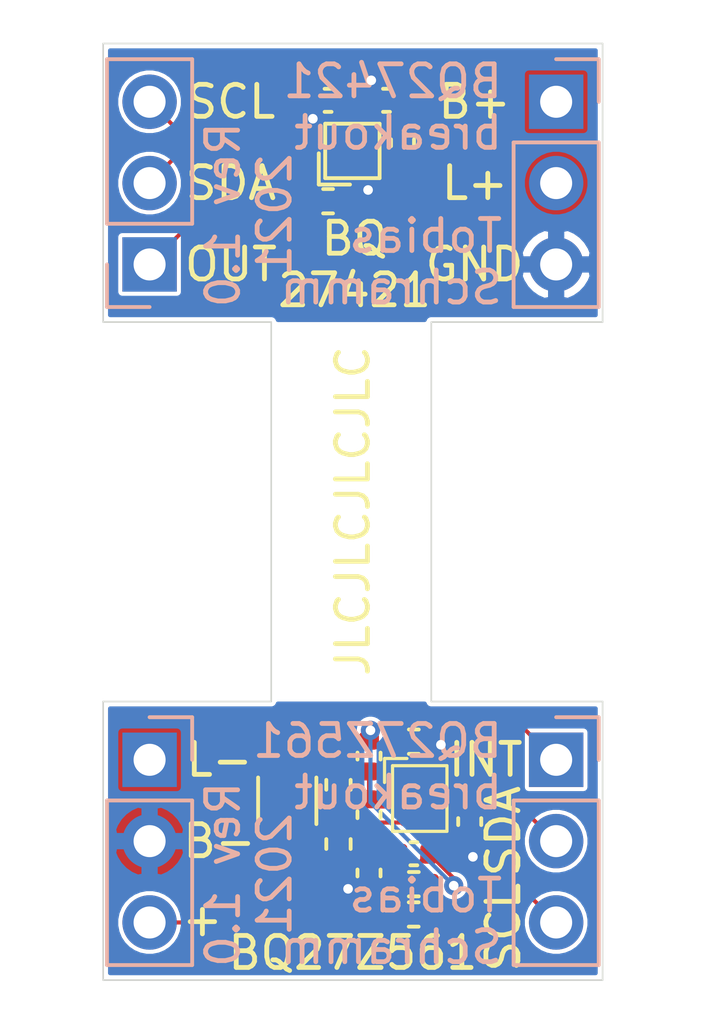
<source format=kicad_pcb>
(kicad_pcb (version 20171130) (host pcbnew 5.1.10)

  (general
    (thickness 1.6)
    (drawings 31)
    (tracks 103)
    (zones 0)
    (modules 35)
    (nets 18)
  )

  (page A4)
  (layers
    (0 F.Cu signal)
    (31 B.Cu signal)
    (32 B.Adhes user)
    (33 F.Adhes user)
    (34 B.Paste user)
    (35 F.Paste user)
    (36 B.SilkS user)
    (37 F.SilkS user)
    (38 B.Mask user)
    (39 F.Mask user)
    (40 Dwgs.User user)
    (41 Cmts.User user)
    (42 Eco1.User user)
    (43 Eco2.User user)
    (44 Edge.Cuts user)
    (45 Margin user)
    (46 B.CrtYd user)
    (47 F.CrtYd user)
    (48 B.Fab user)
    (49 F.Fab user)
  )

  (setup
    (last_trace_width 0.127)
    (user_trace_width 0.127)
    (user_trace_width 0.25)
    (user_trace_width 0.5)
    (user_trace_width 1)
    (trace_clearance 0.127)
    (zone_clearance 0.127)
    (zone_45_only no)
    (trace_min 0.127)
    (via_size 0.6)
    (via_drill 0.3)
    (via_min_size 0.6)
    (via_min_drill 0.3)
    (user_via 0.6 0.3)
    (uvia_size 0.3)
    (uvia_drill 0.1)
    (uvias_allowed no)
    (uvia_min_size 0.2)
    (uvia_min_drill 0.1)
    (edge_width 0.05)
    (segment_width 0.2)
    (pcb_text_width 0.3)
    (pcb_text_size 1.5 1.5)
    (mod_edge_width 0.12)
    (mod_text_size 1 1)
    (mod_text_width 0.15)
    (pad_size 1.524 1.524)
    (pad_drill 0.762)
    (pad_to_mask_clearance 0)
    (aux_axis_origin 0 0)
    (visible_elements FFFFFF7F)
    (pcbplotparams
      (layerselection 0x010fc_ffffffff)
      (usegerberextensions true)
      (usegerberattributes true)
      (usegerberadvancedattributes true)
      (creategerberjobfile false)
      (excludeedgelayer true)
      (linewidth 0.100000)
      (plotframeref false)
      (viasonmask false)
      (mode 1)
      (useauxorigin false)
      (hpglpennumber 1)
      (hpglpenspeed 20)
      (hpglpendiameter 15.000000)
      (psnegative false)
      (psa4output false)
      (plotreference true)
      (plotvalue true)
      (plotinvisibletext false)
      (padsonsilk false)
      (subtractmaskfromsilk false)
      (outputformat 1)
      (mirror false)
      (drillshape 0)
      (scaleselection 1)
      (outputdirectory "fab"))
  )

  (net 0 "")
  (net 1 GND)
  (net 2 "Net-(C2-Pad1)")
  (net 3 "Net-(R1-Pad2)")
  (net 4 /BAT+)
  (net 5 /LOAD)
  (net 6 /GPOUT)
  (net 7 /SDA)
  (net 8 /SCL)
  (net 9 "Net-(C4-Pad2)")
  (net 10 /B-)
  (net 11 "Net-(C5-Pad2)")
  (net 12 "Net-(C6-Pad2)")
  (net 13 /B+)
  (net 14 "Net-(R4-Pad1)")
  (net 15 /INT)
  (net 16 "Net-(J4-Pad1)")
  (net 17 "Net-(C8-Pad2)")

  (net_class Default "This is the default net class."
    (clearance 0.127)
    (trace_width 0.127)
    (via_dia 0.6)
    (via_drill 0.3)
    (uvia_dia 0.3)
    (uvia_drill 0.1)
    (add_net /B+)
    (add_net /B-)
    (add_net /BAT+)
    (add_net /GPOUT)
    (add_net /INT)
    (add_net /LOAD)
    (add_net /SCL)
    (add_net /SDA)
    (add_net GND)
    (add_net "Net-(C2-Pad1)")
    (add_net "Net-(C4-Pad2)")
    (add_net "Net-(C5-Pad2)")
    (add_net "Net-(C6-Pad2)")
    (add_net "Net-(C8-Pad2)")
    (add_net "Net-(J4-Pad1)")
    (add_net "Net-(R1-Pad2)")
    (add_net "Net-(R4-Pad1)")
  )

  (module Perforation:Perforation_0.4mm (layer F.Cu) (tedit 5F10F66C) (tstamp 61C30983)
    (at 84.45 78.35)
    (path /61D10C70)
    (fp_text reference H14 (at 0 0.5) (layer F.SilkS) hide
      (effects (font (size 1 1) (thickness 0.15)))
    )
    (fp_text value Perforation (at 0 -0.5) (layer F.Fab) hide
      (effects (font (size 1 1) (thickness 0.15)))
    )
    (pad "" np_thru_hole circle (at 0 0) (size 0.4 0.4) (drill 0.4) (layers *.Cu *.Mask))
  )

  (module Perforation:Perforation_0.4mm (layer F.Cu) (tedit 5F10F66C) (tstamp 61C3097E)
    (at 82.5 78.35)
    (path /61D10C6A)
    (fp_text reference H13 (at 0 0.5) (layer F.SilkS) hide
      (effects (font (size 1 1) (thickness 0.15)))
    )
    (fp_text value Perforation (at 0 -0.5) (layer F.Fab) hide
      (effects (font (size 1 1) (thickness 0.15)))
    )
    (pad "" np_thru_hole circle (at 0 0) (size 0.4 0.4) (drill 0.4) (layers *.Cu *.Mask))
  )

  (module Perforation:Perforation_0.4mm (layer F.Cu) (tedit 5F10F66C) (tstamp 61C30979)
    (at 83.8 78.35)
    (path /61D10C64)
    (fp_text reference H12 (at 0 0.5) (layer F.SilkS) hide
      (effects (font (size 1 1) (thickness 0.15)))
    )
    (fp_text value Perforation (at 0 -0.5) (layer F.Fab) hide
      (effects (font (size 1 1) (thickness 0.15)))
    )
    (pad "" np_thru_hole circle (at 0 0) (size 0.4 0.4) (drill 0.4) (layers *.Cu *.Mask))
  )

  (module Perforation:Perforation_0.4mm (layer F.Cu) (tedit 5F10F66C) (tstamp 61C30BBD)
    (at 81.85 78.35)
    (path /61D10C5E)
    (fp_text reference H11 (at 0 0.5) (layer F.SilkS) hide
      (effects (font (size 1 1) (thickness 0.15)))
    )
    (fp_text value Perforation (at 0 -0.5) (layer F.Fab) hide
      (effects (font (size 1 1) (thickness 0.15)))
    )
    (pad "" np_thru_hole circle (at 0 0) (size 0.4 0.4) (drill 0.4) (layers *.Cu *.Mask))
  )

  (module Perforation:Perforation_0.4mm (layer F.Cu) (tedit 5F10F66C) (tstamp 61C3096F)
    (at 83.15 78.35)
    (path /61D10C58)
    (fp_text reference H10 (at 0 0.5) (layer F.SilkS) hide
      (effects (font (size 1 1) (thickness 0.15)))
    )
    (fp_text value Perforation (at 0 -0.5) (layer F.Fab) hide
      (effects (font (size 1 1) (thickness 0.15)))
    )
    (pad "" np_thru_hole circle (at 0 0) (size 0.4 0.4) (drill 0.4) (layers *.Cu *.Mask))
  )

  (module Perforation:Perforation_0.4mm (layer F.Cu) (tedit 5F10F66C) (tstamp 61C3096A)
    (at 81.2 78.35)
    (path /61D10C52)
    (fp_text reference H9 (at 0 0.5) (layer F.SilkS) hide
      (effects (font (size 1 1) (thickness 0.15)))
    )
    (fp_text value Perforation (at 0 -0.5) (layer F.Fab) hide
      (effects (font (size 1 1) (thickness 0.15)))
    )
    (pad "" np_thru_hole circle (at 0 0) (size 0.4 0.4) (drill 0.4) (layers *.Cu *.Mask))
  )

  (module Perforation:Perforation_0.4mm (layer F.Cu) (tedit 5F10F66C) (tstamp 61C303C5)
    (at 83.8 89.5)
    (path /61D03736)
    (fp_text reference H8 (at 0 0.5) (layer F.SilkS) hide
      (effects (font (size 1 1) (thickness 0.15)))
    )
    (fp_text value Perforation (at 0 -0.5) (layer F.Fab) hide
      (effects (font (size 1 1) (thickness 0.15)))
    )
    (pad "" np_thru_hole circle (at 0 0) (size 0.4 0.4) (drill 0.4) (layers *.Cu *.Mask))
  )

  (module Perforation:Perforation_0.4mm (layer F.Cu) (tedit 5F10F66C) (tstamp 61C30187)
    (at 84.45 89.5)
    (path /61D03730)
    (fp_text reference H7 (at 0 0.5) (layer F.SilkS) hide
      (effects (font (size 1 1) (thickness 0.15)))
    )
    (fp_text value Perforation (at 0 -0.5) (layer F.Fab) hide
      (effects (font (size 1 1) (thickness 0.15)))
    )
    (pad "" np_thru_hole circle (at 0 0) (size 0.4 0.4) (drill 0.4) (layers *.Cu *.Mask))
  )

  (module Perforation:Perforation_0.4mm (layer F.Cu) (tedit 5F10F66C) (tstamp 61C30182)
    (at 83.15 89.5)
    (path /61D0372A)
    (fp_text reference H6 (at 0 0.5) (layer F.SilkS) hide
      (effects (font (size 1 1) (thickness 0.15)))
    )
    (fp_text value Perforation (at 0 -0.5) (layer F.Fab) hide
      (effects (font (size 1 1) (thickness 0.15)))
    )
    (pad "" np_thru_hole circle (at 0 0) (size 0.4 0.4) (drill 0.4) (layers *.Cu *.Mask))
  )

  (module Perforation:Perforation_0.4mm (layer F.Cu) (tedit 5F10F66C) (tstamp 61C303E1)
    (at 80.55 78.35)
    (path /61D03724)
    (fp_text reference H5 (at 0 0.5) (layer F.SilkS) hide
      (effects (font (size 1 1) (thickness 0.15)))
    )
    (fp_text value Perforation (at 0 -0.5) (layer F.Fab) hide
      (effects (font (size 1 1) (thickness 0.15)))
    )
    (pad "" np_thru_hole circle (at 0 0) (size 0.4 0.4) (drill 0.4) (layers *.Cu *.Mask))
  )

  (module Perforation:Perforation_0.4mm (layer F.Cu) (tedit 5F10F66C) (tstamp 61C2FA3A)
    (at 82.5 89.5)
    (path /61CFF029)
    (fp_text reference H4 (at 0 0.5) (layer F.SilkS) hide
      (effects (font (size 1 1) (thickness 0.15)))
    )
    (fp_text value Perforation (at 0 -0.5) (layer F.Fab) hide
      (effects (font (size 1 1) (thickness 0.15)))
    )
    (pad "" np_thru_hole circle (at 0 0) (size 0.4 0.4) (drill 0.4) (layers *.Cu *.Mask))
  )

  (module Perforation:Perforation_0.4mm (layer F.Cu) (tedit 5F10F66C) (tstamp 61C2FA35)
    (at 81.2 89.5)
    (path /61CFCAED)
    (fp_text reference H3 (at 0 0.5) (layer F.SilkS) hide
      (effects (font (size 1 1) (thickness 0.15)))
    )
    (fp_text value Perforation (at 0 -0.5) (layer F.Fab) hide
      (effects (font (size 1 1) (thickness 0.15)))
    )
    (pad "" np_thru_hole circle (at 0 0) (size 0.4 0.4) (drill 0.4) (layers *.Cu *.Mask))
  )

  (module Perforation:Perforation_0.4mm (layer F.Cu) (tedit 5F10F66C) (tstamp 61C2FA30)
    (at 81.85 89.5)
    (path /61CFA5AE)
    (fp_text reference H2 (at 0 0.5) (layer F.SilkS) hide
      (effects (font (size 1 1) (thickness 0.15)))
    )
    (fp_text value Perforation (at 0 -0.5) (layer F.Fab) hide
      (effects (font (size 1 1) (thickness 0.15)))
    )
    (pad "" np_thru_hole circle (at 0 0) (size 0.4 0.4) (drill 0.4) (layers *.Cu *.Mask))
  )

  (module Perforation:Perforation_0.4mm (layer F.Cu) (tedit 5F10F66C) (tstamp 61C2FA2B)
    (at 80.55 89.5)
    (path /61CF430E)
    (fp_text reference H1 (at 0 0.5) (layer F.SilkS) hide
      (effects (font (size 1 1) (thickness 0.15)))
    )
    (fp_text value Perforation (at 0 -0.5) (layer F.Fab) hide
      (effects (font (size 1 1) (thickness 0.15)))
    )
    (pad "" np_thru_hole circle (at 0 0) (size 0.4 0.4) (drill 0.4) (layers *.Cu *.Mask))
  )

  (module Capacitor_SMD:C_0402_1005Metric (layer F.Cu) (tedit 5F68FEEE) (tstamp 61C2DB16)
    (at 86.2 93.6 90)
    (descr "Capacitor SMD 0402 (1005 Metric), square (rectangular) end terminal, IPC_7351 nominal, (Body size source: IPC-SM-782 page 76, https://www.pcb-3d.com/wordpress/wp-content/uploads/ipc-sm-782a_amendment_1_and_2.pdf), generated with kicad-footprint-generator")
    (tags capacitor)
    (path /61CE3541)
    (attr smd)
    (fp_text reference C8 (at 0 -1.16 90) (layer F.SilkS) hide
      (effects (font (size 1 1) (thickness 0.15)))
    )
    (fp_text value 100nF (at 0 1.16 90) (layer F.Fab)
      (effects (font (size 1 1) (thickness 0.15)))
    )
    (fp_text user %R (at 0 0 90) (layer F.Fab)
      (effects (font (size 0.25 0.25) (thickness 0.04)))
    )
    (fp_line (start -0.5 0.25) (end -0.5 -0.25) (layer F.Fab) (width 0.1))
    (fp_line (start -0.5 -0.25) (end 0.5 -0.25) (layer F.Fab) (width 0.1))
    (fp_line (start 0.5 -0.25) (end 0.5 0.25) (layer F.Fab) (width 0.1))
    (fp_line (start 0.5 0.25) (end -0.5 0.25) (layer F.Fab) (width 0.1))
    (fp_line (start -0.107836 -0.36) (end 0.107836 -0.36) (layer F.SilkS) (width 0.12))
    (fp_line (start -0.107836 0.36) (end 0.107836 0.36) (layer F.SilkS) (width 0.12))
    (fp_line (start -0.91 0.46) (end -0.91 -0.46) (layer F.CrtYd) (width 0.05))
    (fp_line (start -0.91 -0.46) (end 0.91 -0.46) (layer F.CrtYd) (width 0.05))
    (fp_line (start 0.91 -0.46) (end 0.91 0.46) (layer F.CrtYd) (width 0.05))
    (fp_line (start 0.91 0.46) (end -0.91 0.46) (layer F.CrtYd) (width 0.05))
    (pad 2 smd roundrect (at 0.48 0 90) (size 0.56 0.62) (layers F.Cu F.Paste F.Mask) (roundrect_rratio 0.25)
      (net 17 "Net-(C8-Pad2)"))
    (pad 1 smd roundrect (at -0.48 0 90) (size 0.56 0.62) (layers F.Cu F.Paste F.Mask) (roundrect_rratio 0.25)
      (net 10 /B-))
    (model ${KISYS3DMOD}/Capacitor_SMD.3dshapes/C_0402_1005Metric.wrl
      (at (xyz 0 0 0))
      (scale (xyz 1 1 1))
      (rotate (xyz 0 0 0))
    )
  )

  (module Resistor_SMD:R_0402_1005Metric (layer F.Cu) (tedit 5F68FEEE) (tstamp 61C28E8C)
    (at 82.1 94.3 90)
    (descr "Resistor SMD 0402 (1005 Metric), square (rectangular) end terminal, IPC_7351 nominal, (Body size source: IPC-SM-782 page 72, https://www.pcb-3d.com/wordpress/wp-content/uploads/ipc-sm-782a_amendment_1_and_2.pdf), generated with kicad-footprint-generator")
    (tags resistor)
    (path /61C508E7)
    (attr smd)
    (fp_text reference R6 (at 0 -1.17 90) (layer F.SilkS) hide
      (effects (font (size 1 1) (thickness 0.15)))
    )
    (fp_text value 100R (at 0 1.17 90) (layer F.Fab)
      (effects (font (size 1 1) (thickness 0.15)))
    )
    (fp_text user %R (at 0 0 90) (layer F.Fab)
      (effects (font (size 0.26 0.26) (thickness 0.04)))
    )
    (fp_line (start -0.525 0.27) (end -0.525 -0.27) (layer F.Fab) (width 0.1))
    (fp_line (start -0.525 -0.27) (end 0.525 -0.27) (layer F.Fab) (width 0.1))
    (fp_line (start 0.525 -0.27) (end 0.525 0.27) (layer F.Fab) (width 0.1))
    (fp_line (start 0.525 0.27) (end -0.525 0.27) (layer F.Fab) (width 0.1))
    (fp_line (start -0.153641 -0.38) (end 0.153641 -0.38) (layer F.SilkS) (width 0.12))
    (fp_line (start -0.153641 0.38) (end 0.153641 0.38) (layer F.SilkS) (width 0.12))
    (fp_line (start -0.93 0.47) (end -0.93 -0.47) (layer F.CrtYd) (width 0.05))
    (fp_line (start -0.93 -0.47) (end 0.93 -0.47) (layer F.CrtYd) (width 0.05))
    (fp_line (start 0.93 -0.47) (end 0.93 0.47) (layer F.CrtYd) (width 0.05))
    (fp_line (start 0.93 0.47) (end -0.93 0.47) (layer F.CrtYd) (width 0.05))
    (pad 2 smd roundrect (at 0.51 0 90) (size 0.54 0.64) (layers F.Cu F.Paste F.Mask) (roundrect_rratio 0.25)
      (net 12 "Net-(C6-Pad2)"))
    (pad 1 smd roundrect (at -0.51 0 90) (size 0.54 0.64) (layers F.Cu F.Paste F.Mask) (roundrect_rratio 0.25)
      (net 10 /B-))
    (model ${KISYS3DMOD}/Resistor_SMD.3dshapes/R_0402_1005Metric.wrl
      (at (xyz 0 0 0))
      (scale (xyz 1 1 1))
      (rotate (xyz 0 0 0))
    )
  )

  (module Connector_PinHeader_2.54mm:PinHeader_1x03_P2.54mm_Vertical (layer B.Cu) (tedit 59FED5CC) (tstamp 61C2AEAD)
    (at 76.2 91.67 180)
    (descr "Through hole straight pin header, 1x03, 2.54mm pitch, single row")
    (tags "Through hole pin header THT 1x03 2.54mm single row")
    (path /61CB5C00)
    (fp_text reference J4 (at 0 2.33) (layer B.SilkS) hide
      (effects (font (size 1 1) (thickness 0.15)) (justify mirror))
    )
    (fp_text value Conn_01x03 (at 0 -7.41) (layer B.Fab)
      (effects (font (size 1 1) (thickness 0.15)) (justify mirror))
    )
    (fp_text user %R (at 0 -2.54 270) (layer B.Fab)
      (effects (font (size 1 1) (thickness 0.15)) (justify mirror))
    )
    (fp_line (start -0.635 1.27) (end 1.27 1.27) (layer B.Fab) (width 0.1))
    (fp_line (start 1.27 1.27) (end 1.27 -6.35) (layer B.Fab) (width 0.1))
    (fp_line (start 1.27 -6.35) (end -1.27 -6.35) (layer B.Fab) (width 0.1))
    (fp_line (start -1.27 -6.35) (end -1.27 0.635) (layer B.Fab) (width 0.1))
    (fp_line (start -1.27 0.635) (end -0.635 1.27) (layer B.Fab) (width 0.1))
    (fp_line (start -1.33 -6.41) (end 1.33 -6.41) (layer B.SilkS) (width 0.12))
    (fp_line (start -1.33 -1.27) (end -1.33 -6.41) (layer B.SilkS) (width 0.12))
    (fp_line (start 1.33 -1.27) (end 1.33 -6.41) (layer B.SilkS) (width 0.12))
    (fp_line (start -1.33 -1.27) (end 1.33 -1.27) (layer B.SilkS) (width 0.12))
    (fp_line (start -1.33 0) (end -1.33 1.33) (layer B.SilkS) (width 0.12))
    (fp_line (start -1.33 1.33) (end 0 1.33) (layer B.SilkS) (width 0.12))
    (fp_line (start -1.8 1.8) (end -1.8 -6.85) (layer B.CrtYd) (width 0.05))
    (fp_line (start -1.8 -6.85) (end 1.8 -6.85) (layer B.CrtYd) (width 0.05))
    (fp_line (start 1.8 -6.85) (end 1.8 1.8) (layer B.CrtYd) (width 0.05))
    (fp_line (start 1.8 1.8) (end -1.8 1.8) (layer B.CrtYd) (width 0.05))
    (pad 3 thru_hole oval (at 0 -5.08 180) (size 1.7 1.7) (drill 1) (layers *.Cu *.Mask)
      (net 13 /B+))
    (pad 2 thru_hole oval (at 0 -2.54 180) (size 1.7 1.7) (drill 1) (layers *.Cu *.Mask)
      (net 10 /B-))
    (pad 1 thru_hole rect (at 0 0 180) (size 1.7 1.7) (drill 1) (layers *.Cu *.Mask)
      (net 16 "Net-(J4-Pad1)"))
    (model ${KISYS3DMOD}/Connector_PinHeader_2.54mm.3dshapes/PinHeader_1x03_P2.54mm_Vertical.wrl
      (at (xyz 0 0 0))
      (scale (xyz 1 1 1))
      (rotate (xyz 0 0 0))
    )
  )

  (module Connector_PinHeader_2.54mm:PinHeader_1x03_P2.54mm_Vertical (layer B.Cu) (tedit 59FED5CC) (tstamp 61C2AE96)
    (at 88.9 91.67 180)
    (descr "Through hole straight pin header, 1x03, 2.54mm pitch, single row")
    (tags "Through hole pin header THT 1x03 2.54mm single row")
    (path /61CAC483)
    (fp_text reference J3 (at 0 2.33) (layer B.SilkS) hide
      (effects (font (size 1 1) (thickness 0.15)) (justify mirror))
    )
    (fp_text value Conn_01x03 (at 0 -7.41) (layer B.Fab)
      (effects (font (size 1 1) (thickness 0.15)) (justify mirror))
    )
    (fp_text user %R (at 0 -2.54 270) (layer B.Fab)
      (effects (font (size 1 1) (thickness 0.15)) (justify mirror))
    )
    (fp_line (start -0.635 1.27) (end 1.27 1.27) (layer B.Fab) (width 0.1))
    (fp_line (start 1.27 1.27) (end 1.27 -6.35) (layer B.Fab) (width 0.1))
    (fp_line (start 1.27 -6.35) (end -1.27 -6.35) (layer B.Fab) (width 0.1))
    (fp_line (start -1.27 -6.35) (end -1.27 0.635) (layer B.Fab) (width 0.1))
    (fp_line (start -1.27 0.635) (end -0.635 1.27) (layer B.Fab) (width 0.1))
    (fp_line (start -1.33 -6.41) (end 1.33 -6.41) (layer B.SilkS) (width 0.12))
    (fp_line (start -1.33 -1.27) (end -1.33 -6.41) (layer B.SilkS) (width 0.12))
    (fp_line (start 1.33 -1.27) (end 1.33 -6.41) (layer B.SilkS) (width 0.12))
    (fp_line (start -1.33 -1.27) (end 1.33 -1.27) (layer B.SilkS) (width 0.12))
    (fp_line (start -1.33 0) (end -1.33 1.33) (layer B.SilkS) (width 0.12))
    (fp_line (start -1.33 1.33) (end 0 1.33) (layer B.SilkS) (width 0.12))
    (fp_line (start -1.8 1.8) (end -1.8 -6.85) (layer B.CrtYd) (width 0.05))
    (fp_line (start -1.8 -6.85) (end 1.8 -6.85) (layer B.CrtYd) (width 0.05))
    (fp_line (start 1.8 -6.85) (end 1.8 1.8) (layer B.CrtYd) (width 0.05))
    (fp_line (start 1.8 1.8) (end -1.8 1.8) (layer B.CrtYd) (width 0.05))
    (pad 3 thru_hole oval (at 0 -5.08 180) (size 1.7 1.7) (drill 1) (layers *.Cu *.Mask)
      (net 8 /SCL))
    (pad 2 thru_hole oval (at 0 -2.54 180) (size 1.7 1.7) (drill 1) (layers *.Cu *.Mask)
      (net 7 /SDA))
    (pad 1 thru_hole rect (at 0 0 180) (size 1.7 1.7) (drill 1) (layers *.Cu *.Mask)
      (net 15 /INT))
    (model ${KISYS3DMOD}/Connector_PinHeader_2.54mm.3dshapes/PinHeader_1x03_P2.54mm_Vertical.wrl
      (at (xyz 0 0 0))
      (scale (xyz 1 1 1))
      (rotate (xyz 0 0 0))
    )
  )

  (module Package_DSBGA:DSBGA-12_BQ27Z561_1.7x2.05mm_P0.5mm (layer F.Cu) (tedit 61C2211B) (tstamp 61C28F00)
    (at 84.639 92.879)
    (path /61C3ACFF)
    (fp_text reference U2 (at 0 -2) (layer F.SilkS) hide
      (effects (font (size 1 1) (thickness 0.15)))
    )
    (fp_text value BQ27Z561 (at 0 -3.4) (layer F.Fab)
      (effects (font (size 1 1) (thickness 0.15)))
    )
    (fp_line (start -1.1 -1.25) (end -0.4 -1.25) (layer F.SilkS) (width 0.1))
    (fp_line (start -1.1 -0.5) (end -1.1 -1.25) (layer F.SilkS) (width 0.1))
    (fp_line (start 0.85 1.025) (end 0.85 -1.025) (layer F.SilkS) (width 0.1))
    (fp_line (start -0.85 -1.025) (end -0.85 1.025) (layer F.SilkS) (width 0.1))
    (fp_line (start 0.85 1.025) (end -0.85 1.025) (layer F.SilkS) (width 0.1))
    (fp_line (start 1.1 1.25) (end 1.1 -1.25) (layer F.CrtYd) (width 0.05))
    (fp_line (start -1.1 -1.25) (end -1.1 1.25) (layer F.CrtYd) (width 0.05))
    (fp_line (start -0.85 -1.025) (end 0.85 -1.025) (layer F.SilkS) (width 0.1))
    (fp_line (start 1.1 -1.25) (end -1.1 -1.25) (layer F.CrtYd) (width 0.05))
    (fp_line (start -1.1 1.25) (end 1.1 1.25) (layer F.CrtYd) (width 0.05))
    (pad D3 smd circle (at 0.5 0.75) (size 0.23 0.23) (layers F.Cu F.Paste F.Mask)
      (net 9 "Net-(C4-Pad2)"))
    (pad B3 smd circle (at 0.5 -0.25) (size 0.23 0.23) (layers F.Cu F.Paste F.Mask)
      (net 8 /SCL))
    (pad A3 smd circle (at 0.5 -0.75) (size 0.23 0.23) (layers F.Cu F.Paste F.Mask)
      (net 7 /SDA))
    (pad D2 smd circle (at 0 0.75) (size 0.23 0.23) (layers F.Cu F.Paste F.Mask)
      (net 9 "Net-(C4-Pad2)"))
    (pad C2 smd circle (at 0 0.25) (size 0.23 0.23) (layers F.Cu F.Paste F.Mask)
      (net 17 "Net-(C8-Pad2)"))
    (pad B2 smd circle (at 0 -0.25) (size 0.23 0.23) (layers F.Cu F.Paste F.Mask)
      (net 10 /B-))
    (pad A2 smd circle (at 0 -0.75) (size 0.23 0.23) (layers F.Cu F.Paste F.Mask)
      (net 10 /B-))
    (pad D1 smd circle (at -0.5 0.75) (size 0.23 0.23) (layers F.Cu F.Paste F.Mask)
      (net 12 "Net-(C6-Pad2)"))
    (pad C1 smd circle (at -0.5 0.25) (size 0.23 0.23) (layers F.Cu F.Paste F.Mask)
      (net 11 "Net-(C5-Pad2)"))
    (pad B1 smd circle (at -0.5 -0.25) (size 0.23 0.23) (layers F.Cu F.Paste F.Mask)
      (net 14 "Net-(R4-Pad1)"))
    (pad A1 smd circle (at -0.5 -0.75) (size 0.23 0.23) (layers F.Cu F.Paste F.Mask)
      (net 15 /INT))
  )

  (module Resistor_SMD:R_1206_3216Metric (layer F.Cu) (tedit 5F68FEEE) (tstamp 61C28E9D)
    (at 80.5 92.95 270)
    (descr "Resistor SMD 1206 (3216 Metric), square (rectangular) end terminal, IPC_7351 nominal, (Body size source: IPC-SM-782 page 72, https://www.pcb-3d.com/wordpress/wp-content/uploads/ipc-sm-782a_amendment_1_and_2.pdf), generated with kicad-footprint-generator")
    (tags resistor)
    (path /61C52F59)
    (attr smd)
    (fp_text reference R7 (at 0 -1.82 90) (layer F.SilkS) hide
      (effects (font (size 1 1) (thickness 0.15)))
    )
    (fp_text value 5mR (at 0 1.82 90) (layer F.Fab)
      (effects (font (size 1 1) (thickness 0.15)))
    )
    (fp_text user %R (at 0 0 90) (layer F.Fab)
      (effects (font (size 0.8 0.8) (thickness 0.12)))
    )
    (fp_line (start -1.6 0.8) (end -1.6 -0.8) (layer F.Fab) (width 0.1))
    (fp_line (start -1.6 -0.8) (end 1.6 -0.8) (layer F.Fab) (width 0.1))
    (fp_line (start 1.6 -0.8) (end 1.6 0.8) (layer F.Fab) (width 0.1))
    (fp_line (start 1.6 0.8) (end -1.6 0.8) (layer F.Fab) (width 0.1))
    (fp_line (start -0.727064 -0.91) (end 0.727064 -0.91) (layer F.SilkS) (width 0.12))
    (fp_line (start -0.727064 0.91) (end 0.727064 0.91) (layer F.SilkS) (width 0.12))
    (fp_line (start -2.28 1.12) (end -2.28 -1.12) (layer F.CrtYd) (width 0.05))
    (fp_line (start -2.28 -1.12) (end 2.28 -1.12) (layer F.CrtYd) (width 0.05))
    (fp_line (start 2.28 -1.12) (end 2.28 1.12) (layer F.CrtYd) (width 0.05))
    (fp_line (start 2.28 1.12) (end -2.28 1.12) (layer F.CrtYd) (width 0.05))
    (pad 2 smd roundrect (at 1.4625 0 270) (size 1.125 1.75) (layers F.Cu F.Paste F.Mask) (roundrect_rratio 0.2222213333333333)
      (net 10 /B-))
    (pad 1 smd roundrect (at -1.4625 0 270) (size 1.125 1.75) (layers F.Cu F.Paste F.Mask) (roundrect_rratio 0.2222213333333333)
      (net 16 "Net-(J4-Pad1)"))
    (model ${KISYS3DMOD}/Resistor_SMD.3dshapes/R_1206_3216Metric.wrl
      (at (xyz 0 0 0))
      (scale (xyz 1 1 1))
      (rotate (xyz 0 0 0))
    )
  )

  (module Resistor_SMD:R_0402_1005Metric (layer F.Cu) (tedit 5F68FEEE) (tstamp 61C28E7B)
    (at 82.1 92.45 90)
    (descr "Resistor SMD 0402 (1005 Metric), square (rectangular) end terminal, IPC_7351 nominal, (Body size source: IPC-SM-782 page 72, https://www.pcb-3d.com/wordpress/wp-content/uploads/ipc-sm-782a_amendment_1_and_2.pdf), generated with kicad-footprint-generator")
    (tags resistor)
    (path /61C49762)
    (attr smd)
    (fp_text reference R5 (at 0 -1.17 90) (layer F.SilkS) hide
      (effects (font (size 1 1) (thickness 0.15)))
    )
    (fp_text value 100R (at 0 1.17 90) (layer F.Fab)
      (effects (font (size 1 1) (thickness 0.15)))
    )
    (fp_text user %R (at 0 0 90) (layer F.Fab)
      (effects (font (size 0.26 0.26) (thickness 0.04)))
    )
    (fp_line (start -0.525 0.27) (end -0.525 -0.27) (layer F.Fab) (width 0.1))
    (fp_line (start -0.525 -0.27) (end 0.525 -0.27) (layer F.Fab) (width 0.1))
    (fp_line (start 0.525 -0.27) (end 0.525 0.27) (layer F.Fab) (width 0.1))
    (fp_line (start 0.525 0.27) (end -0.525 0.27) (layer F.Fab) (width 0.1))
    (fp_line (start -0.153641 -0.38) (end 0.153641 -0.38) (layer F.SilkS) (width 0.12))
    (fp_line (start -0.153641 0.38) (end 0.153641 0.38) (layer F.SilkS) (width 0.12))
    (fp_line (start -0.93 0.47) (end -0.93 -0.47) (layer F.CrtYd) (width 0.05))
    (fp_line (start -0.93 -0.47) (end 0.93 -0.47) (layer F.CrtYd) (width 0.05))
    (fp_line (start 0.93 -0.47) (end 0.93 0.47) (layer F.CrtYd) (width 0.05))
    (fp_line (start 0.93 0.47) (end -0.93 0.47) (layer F.CrtYd) (width 0.05))
    (pad 2 smd roundrect (at 0.51 0 90) (size 0.54 0.64) (layers F.Cu F.Paste F.Mask) (roundrect_rratio 0.25)
      (net 16 "Net-(J4-Pad1)"))
    (pad 1 smd roundrect (at -0.51 0 90) (size 0.54 0.64) (layers F.Cu F.Paste F.Mask) (roundrect_rratio 0.25)
      (net 11 "Net-(C5-Pad2)"))
    (model ${KISYS3DMOD}/Resistor_SMD.3dshapes/R_0402_1005Metric.wrl
      (at (xyz 0 0 0))
      (scale (xyz 1 1 1))
      (rotate (xyz 0 0 0))
    )
  )

  (module Resistor_SMD:R_0402_1005Metric (layer F.Cu) (tedit 5F68FEEE) (tstamp 61C28E6A)
    (at 84.454 91.104)
    (descr "Resistor SMD 0402 (1005 Metric), square (rectangular) end terminal, IPC_7351 nominal, (Body size source: IPC-SM-782 page 72, https://www.pcb-3d.com/wordpress/wp-content/uploads/ipc-sm-782a_amendment_1_and_2.pdf), generated with kicad-footprint-generator")
    (tags resistor)
    (path /61C5B782)
    (attr smd)
    (fp_text reference R4 (at 0 -1.17) (layer F.SilkS) hide
      (effects (font (size 1 1) (thickness 0.15)))
    )
    (fp_text value 10k (at 0 1.17) (layer F.Fab)
      (effects (font (size 1 1) (thickness 0.15)))
    )
    (fp_text user %R (at 0 0) (layer F.Fab)
      (effects (font (size 0.26 0.26) (thickness 0.04)))
    )
    (fp_line (start -0.525 0.27) (end -0.525 -0.27) (layer F.Fab) (width 0.1))
    (fp_line (start -0.525 -0.27) (end 0.525 -0.27) (layer F.Fab) (width 0.1))
    (fp_line (start 0.525 -0.27) (end 0.525 0.27) (layer F.Fab) (width 0.1))
    (fp_line (start 0.525 0.27) (end -0.525 0.27) (layer F.Fab) (width 0.1))
    (fp_line (start -0.153641 -0.38) (end 0.153641 -0.38) (layer F.SilkS) (width 0.12))
    (fp_line (start -0.153641 0.38) (end 0.153641 0.38) (layer F.SilkS) (width 0.12))
    (fp_line (start -0.93 0.47) (end -0.93 -0.47) (layer F.CrtYd) (width 0.05))
    (fp_line (start -0.93 -0.47) (end 0.93 -0.47) (layer F.CrtYd) (width 0.05))
    (fp_line (start 0.93 -0.47) (end 0.93 0.47) (layer F.CrtYd) (width 0.05))
    (fp_line (start 0.93 0.47) (end -0.93 0.47) (layer F.CrtYd) (width 0.05))
    (pad 2 smd roundrect (at 0.51 0) (size 0.54 0.64) (layers F.Cu F.Paste F.Mask) (roundrect_rratio 0.25)
      (net 10 /B-))
    (pad 1 smd roundrect (at -0.51 0) (size 0.54 0.64) (layers F.Cu F.Paste F.Mask) (roundrect_rratio 0.25)
      (net 14 "Net-(R4-Pad1)"))
    (model ${KISYS3DMOD}/Resistor_SMD.3dshapes/R_0402_1005Metric.wrl
      (at (xyz 0 0 0))
      (scale (xyz 1 1 1))
      (rotate (xyz 0 0 0))
    )
  )

  (module Resistor_SMD:R_0402_1005Metric (layer F.Cu) (tedit 5F68FEEE) (tstamp 61C28E59)
    (at 84.45 96.5)
    (descr "Resistor SMD 0402 (1005 Metric), square (rectangular) end terminal, IPC_7351 nominal, (Body size source: IPC-SM-782 page 72, https://www.pcb-3d.com/wordpress/wp-content/uploads/ipc-sm-782a_amendment_1_and_2.pdf), generated with kicad-footprint-generator")
    (tags resistor)
    (path /61C69D6F)
    (attr smd)
    (fp_text reference R3 (at 0 -1.17) (layer F.SilkS) hide
      (effects (font (size 1 1) (thickness 0.15)))
    )
    (fp_text value 100R (at 0 1.17) (layer F.Fab)
      (effects (font (size 1 1) (thickness 0.15)))
    )
    (fp_text user %R (at 0 0) (layer F.Fab)
      (effects (font (size 0.26 0.26) (thickness 0.04)))
    )
    (fp_line (start -0.525 0.27) (end -0.525 -0.27) (layer F.Fab) (width 0.1))
    (fp_line (start -0.525 -0.27) (end 0.525 -0.27) (layer F.Fab) (width 0.1))
    (fp_line (start 0.525 -0.27) (end 0.525 0.27) (layer F.Fab) (width 0.1))
    (fp_line (start 0.525 0.27) (end -0.525 0.27) (layer F.Fab) (width 0.1))
    (fp_line (start -0.153641 -0.38) (end 0.153641 -0.38) (layer F.SilkS) (width 0.12))
    (fp_line (start -0.153641 0.38) (end 0.153641 0.38) (layer F.SilkS) (width 0.12))
    (fp_line (start -0.93 0.47) (end -0.93 -0.47) (layer F.CrtYd) (width 0.05))
    (fp_line (start -0.93 -0.47) (end 0.93 -0.47) (layer F.CrtYd) (width 0.05))
    (fp_line (start 0.93 -0.47) (end 0.93 0.47) (layer F.CrtYd) (width 0.05))
    (fp_line (start 0.93 0.47) (end -0.93 0.47) (layer F.CrtYd) (width 0.05))
    (pad 2 smd roundrect (at 0.51 0) (size 0.54 0.64) (layers F.Cu F.Paste F.Mask) (roundrect_rratio 0.25)
      (net 17 "Net-(C8-Pad2)"))
    (pad 1 smd roundrect (at -0.51 0) (size 0.54 0.64) (layers F.Cu F.Paste F.Mask) (roundrect_rratio 0.25)
      (net 13 /B+))
    (model ${KISYS3DMOD}/Resistor_SMD.3dshapes/R_0402_1005Metric.wrl
      (at (xyz 0 0 0))
      (scale (xyz 1 1 1))
      (rotate (xyz 0 0 0))
    )
  )

  (module Resistor_SMD:R_0402_1005Metric (layer F.Cu) (tedit 5F68FEEE) (tstamp 61C28E48)
    (at 84.454 95.554)
    (descr "Resistor SMD 0402 (1005 Metric), square (rectangular) end terminal, IPC_7351 nominal, (Body size source: IPC-SM-782 page 72, https://www.pcb-3d.com/wordpress/wp-content/uploads/ipc-sm-782a_amendment_1_and_2.pdf), generated with kicad-footprint-generator")
    (tags resistor)
    (path /61C46C37)
    (attr smd)
    (fp_text reference R2 (at 0 -1.17) (layer F.SilkS) hide
      (effects (font (size 1 1) (thickness 0.15)))
    )
    (fp_text value 100R (at 0 1.17) (layer F.Fab)
      (effects (font (size 1 1) (thickness 0.15)))
    )
    (fp_text user %R (at 0 0) (layer F.Fab)
      (effects (font (size 0.26 0.26) (thickness 0.04)))
    )
    (fp_line (start -0.525 0.27) (end -0.525 -0.27) (layer F.Fab) (width 0.1))
    (fp_line (start -0.525 -0.27) (end 0.525 -0.27) (layer F.Fab) (width 0.1))
    (fp_line (start 0.525 -0.27) (end 0.525 0.27) (layer F.Fab) (width 0.1))
    (fp_line (start 0.525 0.27) (end -0.525 0.27) (layer F.Fab) (width 0.1))
    (fp_line (start -0.153641 -0.38) (end 0.153641 -0.38) (layer F.SilkS) (width 0.12))
    (fp_line (start -0.153641 0.38) (end 0.153641 0.38) (layer F.SilkS) (width 0.12))
    (fp_line (start -0.93 0.47) (end -0.93 -0.47) (layer F.CrtYd) (width 0.05))
    (fp_line (start -0.93 -0.47) (end 0.93 -0.47) (layer F.CrtYd) (width 0.05))
    (fp_line (start 0.93 -0.47) (end 0.93 0.47) (layer F.CrtYd) (width 0.05))
    (fp_line (start 0.93 0.47) (end -0.93 0.47) (layer F.CrtYd) (width 0.05))
    (pad 2 smd roundrect (at 0.51 0) (size 0.54 0.64) (layers F.Cu F.Paste F.Mask) (roundrect_rratio 0.25)
      (net 13 /B+))
    (pad 1 smd roundrect (at -0.51 0) (size 0.54 0.64) (layers F.Cu F.Paste F.Mask) (roundrect_rratio 0.25)
      (net 9 "Net-(C4-Pad2)"))
    (model ${KISYS3DMOD}/Resistor_SMD.3dshapes/R_0402_1005Metric.wrl
      (at (xyz 0 0 0))
      (scale (xyz 1 1 1))
      (rotate (xyz 0 0 0))
    )
  )

  (module Capacitor_SMD:C_0402_1005Metric (layer F.Cu) (tedit 5F68FEEE) (tstamp 61C28DBF)
    (at 83.054 95.204 270)
    (descr "Capacitor SMD 0402 (1005 Metric), square (rectangular) end terminal, IPC_7351 nominal, (Body size source: IPC-SM-782 page 76, https://www.pcb-3d.com/wordpress/wp-content/uploads/ipc-sm-782a_amendment_1_and_2.pdf), generated with kicad-footprint-generator")
    (tags capacitor)
    (path /61C79191)
    (attr smd)
    (fp_text reference C7 (at 0 -1.16 90) (layer F.SilkS) hide
      (effects (font (size 1 1) (thickness 0.15)))
    )
    (fp_text value 100nF (at 0 1.16 90) (layer F.Fab)
      (effects (font (size 1 1) (thickness 0.15)))
    )
    (fp_text user %R (at 0 0 90) (layer F.Fab)
      (effects (font (size 0.25 0.25) (thickness 0.04)))
    )
    (fp_line (start -0.5 0.25) (end -0.5 -0.25) (layer F.Fab) (width 0.1))
    (fp_line (start -0.5 -0.25) (end 0.5 -0.25) (layer F.Fab) (width 0.1))
    (fp_line (start 0.5 -0.25) (end 0.5 0.25) (layer F.Fab) (width 0.1))
    (fp_line (start 0.5 0.25) (end -0.5 0.25) (layer F.Fab) (width 0.1))
    (fp_line (start -0.107836 -0.36) (end 0.107836 -0.36) (layer F.SilkS) (width 0.12))
    (fp_line (start -0.107836 0.36) (end 0.107836 0.36) (layer F.SilkS) (width 0.12))
    (fp_line (start -0.91 0.46) (end -0.91 -0.46) (layer F.CrtYd) (width 0.05))
    (fp_line (start -0.91 -0.46) (end 0.91 -0.46) (layer F.CrtYd) (width 0.05))
    (fp_line (start 0.91 -0.46) (end 0.91 0.46) (layer F.CrtYd) (width 0.05))
    (fp_line (start 0.91 0.46) (end -0.91 0.46) (layer F.CrtYd) (width 0.05))
    (pad 2 smd roundrect (at 0.48 0 270) (size 0.56 0.62) (layers F.Cu F.Paste F.Mask) (roundrect_rratio 0.25)
      (net 10 /B-))
    (pad 1 smd roundrect (at -0.48 0 270) (size 0.56 0.62) (layers F.Cu F.Paste F.Mask) (roundrect_rratio 0.25)
      (net 12 "Net-(C6-Pad2)"))
    (model ${KISYS3DMOD}/Capacitor_SMD.3dshapes/C_0402_1005Metric.wrl
      (at (xyz 0 0 0))
      (scale (xyz 1 1 1))
      (rotate (xyz 0 0 0))
    )
  )

  (module Capacitor_SMD:C_0402_1005Metric (layer F.Cu) (tedit 5F68FEEE) (tstamp 61C28DAE)
    (at 83.054 93.384 270)
    (descr "Capacitor SMD 0402 (1005 Metric), square (rectangular) end terminal, IPC_7351 nominal, (Body size source: IPC-SM-782 page 76, https://www.pcb-3d.com/wordpress/wp-content/uploads/ipc-sm-782a_amendment_1_and_2.pdf), generated with kicad-footprint-generator")
    (tags capacitor)
    (path /61C4A41D)
    (attr smd)
    (fp_text reference C6 (at 0 -1.16 90) (layer F.SilkS) hide
      (effects (font (size 1 1) (thickness 0.15)))
    )
    (fp_text value 100nF (at 0 1.16 90) (layer F.Fab)
      (effects (font (size 1 1) (thickness 0.15)))
    )
    (fp_text user %R (at 0 0 90) (layer F.Fab)
      (effects (font (size 0.25 0.25) (thickness 0.04)))
    )
    (fp_line (start -0.5 0.25) (end -0.5 -0.25) (layer F.Fab) (width 0.1))
    (fp_line (start -0.5 -0.25) (end 0.5 -0.25) (layer F.Fab) (width 0.1))
    (fp_line (start 0.5 -0.25) (end 0.5 0.25) (layer F.Fab) (width 0.1))
    (fp_line (start 0.5 0.25) (end -0.5 0.25) (layer F.Fab) (width 0.1))
    (fp_line (start -0.107836 -0.36) (end 0.107836 -0.36) (layer F.SilkS) (width 0.12))
    (fp_line (start -0.107836 0.36) (end 0.107836 0.36) (layer F.SilkS) (width 0.12))
    (fp_line (start -0.91 0.46) (end -0.91 -0.46) (layer F.CrtYd) (width 0.05))
    (fp_line (start -0.91 -0.46) (end 0.91 -0.46) (layer F.CrtYd) (width 0.05))
    (fp_line (start 0.91 -0.46) (end 0.91 0.46) (layer F.CrtYd) (width 0.05))
    (fp_line (start 0.91 0.46) (end -0.91 0.46) (layer F.CrtYd) (width 0.05))
    (pad 2 smd roundrect (at 0.48 0 270) (size 0.56 0.62) (layers F.Cu F.Paste F.Mask) (roundrect_rratio 0.25)
      (net 12 "Net-(C6-Pad2)"))
    (pad 1 smd roundrect (at -0.48 0 270) (size 0.56 0.62) (layers F.Cu F.Paste F.Mask) (roundrect_rratio 0.25)
      (net 11 "Net-(C5-Pad2)"))
    (model ${KISYS3DMOD}/Capacitor_SMD.3dshapes/C_0402_1005Metric.wrl
      (at (xyz 0 0 0))
      (scale (xyz 1 1 1))
      (rotate (xyz 0 0 0))
    )
  )

  (module Capacitor_SMD:C_0402_1005Metric (layer F.Cu) (tedit 5F68FEEE) (tstamp 61C28D9D)
    (at 83.054 91.554 270)
    (descr "Capacitor SMD 0402 (1005 Metric), square (rectangular) end terminal, IPC_7351 nominal, (Body size source: IPC-SM-782 page 76, https://www.pcb-3d.com/wordpress/wp-content/uploads/ipc-sm-782a_amendment_1_and_2.pdf), generated with kicad-footprint-generator")
    (tags capacitor)
    (path /61C85FA8)
    (attr smd)
    (fp_text reference C5 (at 0 -1.16 90) (layer F.SilkS) hide
      (effects (font (size 1 1) (thickness 0.15)))
    )
    (fp_text value 100nF (at 0 1.16 90) (layer F.Fab)
      (effects (font (size 1 1) (thickness 0.15)))
    )
    (fp_text user %R (at 0 0 90) (layer F.Fab)
      (effects (font (size 0.25 0.25) (thickness 0.04)))
    )
    (fp_line (start -0.5 0.25) (end -0.5 -0.25) (layer F.Fab) (width 0.1))
    (fp_line (start -0.5 -0.25) (end 0.5 -0.25) (layer F.Fab) (width 0.1))
    (fp_line (start 0.5 -0.25) (end 0.5 0.25) (layer F.Fab) (width 0.1))
    (fp_line (start 0.5 0.25) (end -0.5 0.25) (layer F.Fab) (width 0.1))
    (fp_line (start -0.107836 -0.36) (end 0.107836 -0.36) (layer F.SilkS) (width 0.12))
    (fp_line (start -0.107836 0.36) (end 0.107836 0.36) (layer F.SilkS) (width 0.12))
    (fp_line (start -0.91 0.46) (end -0.91 -0.46) (layer F.CrtYd) (width 0.05))
    (fp_line (start -0.91 -0.46) (end 0.91 -0.46) (layer F.CrtYd) (width 0.05))
    (fp_line (start 0.91 -0.46) (end 0.91 0.46) (layer F.CrtYd) (width 0.05))
    (fp_line (start 0.91 0.46) (end -0.91 0.46) (layer F.CrtYd) (width 0.05))
    (pad 2 smd roundrect (at 0.48 0 270) (size 0.56 0.62) (layers F.Cu F.Paste F.Mask) (roundrect_rratio 0.25)
      (net 11 "Net-(C5-Pad2)"))
    (pad 1 smd roundrect (at -0.48 0 270) (size 0.56 0.62) (layers F.Cu F.Paste F.Mask) (roundrect_rratio 0.25)
      (net 9 "Net-(C4-Pad2)"))
    (model ${KISYS3DMOD}/Capacitor_SMD.3dshapes/C_0402_1005Metric.wrl
      (at (xyz 0 0 0))
      (scale (xyz 1 1 1))
      (rotate (xyz 0 0 0))
    )
  )

  (module Capacitor_SMD:C_0402_1005Metric (layer F.Cu) (tedit 5F68FEEE) (tstamp 61C28D8C)
    (at 84.454 94.604)
    (descr "Capacitor SMD 0402 (1005 Metric), square (rectangular) end terminal, IPC_7351 nominal, (Body size source: IPC-SM-782 page 76, https://www.pcb-3d.com/wordpress/wp-content/uploads/ipc-sm-782a_amendment_1_and_2.pdf), generated with kicad-footprint-generator")
    (tags capacitor)
    (path /61C404D0)
    (attr smd)
    (fp_text reference C4 (at 0 -1.16) (layer F.SilkS) hide
      (effects (font (size 1 1) (thickness 0.15)))
    )
    (fp_text value 1uF (at 0 1.16) (layer F.Fab)
      (effects (font (size 1 1) (thickness 0.15)))
    )
    (fp_text user %R (at 0 0) (layer F.Fab)
      (effects (font (size 0.25 0.25) (thickness 0.04)))
    )
    (fp_line (start -0.5 0.25) (end -0.5 -0.25) (layer F.Fab) (width 0.1))
    (fp_line (start -0.5 -0.25) (end 0.5 -0.25) (layer F.Fab) (width 0.1))
    (fp_line (start 0.5 -0.25) (end 0.5 0.25) (layer F.Fab) (width 0.1))
    (fp_line (start 0.5 0.25) (end -0.5 0.25) (layer F.Fab) (width 0.1))
    (fp_line (start -0.107836 -0.36) (end 0.107836 -0.36) (layer F.SilkS) (width 0.12))
    (fp_line (start -0.107836 0.36) (end 0.107836 0.36) (layer F.SilkS) (width 0.12))
    (fp_line (start -0.91 0.46) (end -0.91 -0.46) (layer F.CrtYd) (width 0.05))
    (fp_line (start -0.91 -0.46) (end 0.91 -0.46) (layer F.CrtYd) (width 0.05))
    (fp_line (start 0.91 -0.46) (end 0.91 0.46) (layer F.CrtYd) (width 0.05))
    (fp_line (start 0.91 0.46) (end -0.91 0.46) (layer F.CrtYd) (width 0.05))
    (pad 2 smd roundrect (at 0.48 0) (size 0.56 0.62) (layers F.Cu F.Paste F.Mask) (roundrect_rratio 0.25)
      (net 9 "Net-(C4-Pad2)"))
    (pad 1 smd roundrect (at -0.48 0) (size 0.56 0.62) (layers F.Cu F.Paste F.Mask) (roundrect_rratio 0.25)
      (net 10 /B-))
    (model ${KISYS3DMOD}/Capacitor_SMD.3dshapes/C_0402_1005Metric.wrl
      (at (xyz 0 0 0))
      (scale (xyz 1 1 1))
      (rotate (xyz 0 0 0))
    )
  )

  (module Capacitor_SMD:C_0402_1005Metric (layer F.Cu) (tedit 5F68FEEE) (tstamp 61C22AE2)
    (at 84.1 72.4 270)
    (descr "Capacitor SMD 0402 (1005 Metric), square (rectangular) end terminal, IPC_7351 nominal, (Body size source: IPC-SM-782 page 76, https://www.pcb-3d.com/wordpress/wp-content/uploads/ipc-sm-782a_amendment_1_and_2.pdf), generated with kicad-footprint-generator")
    (tags capacitor)
    (path /61C3364B)
    (attr smd)
    (fp_text reference C3 (at 0 -1.16 90) (layer F.SilkS) hide
      (effects (font (size 1 1) (thickness 0.15)))
    )
    (fp_text value 1uF (at 0 1.16 90) (layer F.Fab)
      (effects (font (size 1 1) (thickness 0.15)))
    )
    (fp_text user %R (at 0 0 90) (layer F.Fab)
      (effects (font (size 0.25 0.25) (thickness 0.04)))
    )
    (fp_line (start -0.5 0.25) (end -0.5 -0.25) (layer F.Fab) (width 0.1))
    (fp_line (start -0.5 -0.25) (end 0.5 -0.25) (layer F.Fab) (width 0.1))
    (fp_line (start 0.5 -0.25) (end 0.5 0.25) (layer F.Fab) (width 0.1))
    (fp_line (start 0.5 0.25) (end -0.5 0.25) (layer F.Fab) (width 0.1))
    (fp_line (start -0.107836 -0.36) (end 0.107836 -0.36) (layer F.SilkS) (width 0.12))
    (fp_line (start -0.107836 0.36) (end 0.107836 0.36) (layer F.SilkS) (width 0.12))
    (fp_line (start -0.91 0.46) (end -0.91 -0.46) (layer F.CrtYd) (width 0.05))
    (fp_line (start -0.91 -0.46) (end 0.91 -0.46) (layer F.CrtYd) (width 0.05))
    (fp_line (start 0.91 -0.46) (end 0.91 0.46) (layer F.CrtYd) (width 0.05))
    (fp_line (start 0.91 0.46) (end -0.91 0.46) (layer F.CrtYd) (width 0.05))
    (pad 2 smd roundrect (at 0.48 0 270) (size 0.56 0.62) (layers F.Cu F.Paste F.Mask) (roundrect_rratio 0.25)
      (net 5 /LOAD))
    (pad 1 smd roundrect (at -0.48 0 270) (size 0.56 0.62) (layers F.Cu F.Paste F.Mask) (roundrect_rratio 0.25)
      (net 4 /BAT+))
    (model ${KISYS3DMOD}/Capacitor_SMD.3dshapes/C_0402_1005Metric.wrl
      (at (xyz 0 0 0))
      (scale (xyz 1 1 1))
      (rotate (xyz 0 0 0))
    )
  )

  (module Connector_PinHeader_2.54mm:PinHeader_1x03_P2.54mm_Vertical (layer B.Cu) (tedit 59FED5CC) (tstamp 61C209A3)
    (at 88.9 71.12 180)
    (descr "Through hole straight pin header, 1x03, 2.54mm pitch, single row")
    (tags "Through hole pin header THT 1x03 2.54mm single row")
    (path /61C2571E)
    (fp_text reference J2 (at 0 2.33) (layer B.SilkS) hide
      (effects (font (size 1 1) (thickness 0.15)) (justify mirror))
    )
    (fp_text value Conn_01x03 (at 0 -7.41) (layer B.Fab)
      (effects (font (size 1 1) (thickness 0.15)) (justify mirror))
    )
    (fp_text user %R (at 0 -2.54 270) (layer B.Fab)
      (effects (font (size 1 1) (thickness 0.15)) (justify mirror))
    )
    (fp_line (start -0.635 1.27) (end 1.27 1.27) (layer B.Fab) (width 0.1))
    (fp_line (start 1.27 1.27) (end 1.27 -6.35) (layer B.Fab) (width 0.1))
    (fp_line (start 1.27 -6.35) (end -1.27 -6.35) (layer B.Fab) (width 0.1))
    (fp_line (start -1.27 -6.35) (end -1.27 0.635) (layer B.Fab) (width 0.1))
    (fp_line (start -1.27 0.635) (end -0.635 1.27) (layer B.Fab) (width 0.1))
    (fp_line (start -1.33 -6.41) (end 1.33 -6.41) (layer B.SilkS) (width 0.12))
    (fp_line (start -1.33 -1.27) (end -1.33 -6.41) (layer B.SilkS) (width 0.12))
    (fp_line (start 1.33 -1.27) (end 1.33 -6.41) (layer B.SilkS) (width 0.12))
    (fp_line (start -1.33 -1.27) (end 1.33 -1.27) (layer B.SilkS) (width 0.12))
    (fp_line (start -1.33 0) (end -1.33 1.33) (layer B.SilkS) (width 0.12))
    (fp_line (start -1.33 1.33) (end 0 1.33) (layer B.SilkS) (width 0.12))
    (fp_line (start -1.8 1.8) (end -1.8 -6.85) (layer B.CrtYd) (width 0.05))
    (fp_line (start -1.8 -6.85) (end 1.8 -6.85) (layer B.CrtYd) (width 0.05))
    (fp_line (start 1.8 -6.85) (end 1.8 1.8) (layer B.CrtYd) (width 0.05))
    (fp_line (start 1.8 1.8) (end -1.8 1.8) (layer B.CrtYd) (width 0.05))
    (pad 3 thru_hole oval (at 0 -5.08 180) (size 1.7 1.7) (drill 1) (layers *.Cu *.Mask)
      (net 1 GND))
    (pad 2 thru_hole oval (at 0 -2.54 180) (size 1.7 1.7) (drill 1) (layers *.Cu *.Mask)
      (net 5 /LOAD))
    (pad 1 thru_hole rect (at 0 0 180) (size 1.7 1.7) (drill 1) (layers *.Cu *.Mask)
      (net 4 /BAT+))
    (model ${KISYS3DMOD}/Connector_PinHeader_2.54mm.3dshapes/PinHeader_1x03_P2.54mm_Vertical.wrl
      (at (xyz 0 0 0))
      (scale (xyz 1 1 1))
      (rotate (xyz 0 0 0))
    )
  )

  (module Connector_PinHeader_2.54mm:PinHeader_1x03_P2.54mm_Vertical (layer B.Cu) (tedit 59FED5CC) (tstamp 61C20CF4)
    (at 76.2 76.2)
    (descr "Through hole straight pin header, 1x03, 2.54mm pitch, single row")
    (tags "Through hole pin header THT 1x03 2.54mm single row")
    (path /61C27D19)
    (fp_text reference J1 (at 0 2.33) (layer B.SilkS) hide
      (effects (font (size 1 1) (thickness 0.15)) (justify mirror))
    )
    (fp_text value Conn_01x03 (at 0 -7.41) (layer B.Fab)
      (effects (font (size 1 1) (thickness 0.15)) (justify mirror))
    )
    (fp_text user %R (at 0 -2.54 -90) (layer B.Fab)
      (effects (font (size 1 1) (thickness 0.15)) (justify mirror))
    )
    (fp_line (start -0.635 1.27) (end 1.27 1.27) (layer B.Fab) (width 0.1))
    (fp_line (start 1.27 1.27) (end 1.27 -6.35) (layer B.Fab) (width 0.1))
    (fp_line (start 1.27 -6.35) (end -1.27 -6.35) (layer B.Fab) (width 0.1))
    (fp_line (start -1.27 -6.35) (end -1.27 0.635) (layer B.Fab) (width 0.1))
    (fp_line (start -1.27 0.635) (end -0.635 1.27) (layer B.Fab) (width 0.1))
    (fp_line (start -1.33 -6.41) (end 1.33 -6.41) (layer B.SilkS) (width 0.12))
    (fp_line (start -1.33 -1.27) (end -1.33 -6.41) (layer B.SilkS) (width 0.12))
    (fp_line (start 1.33 -1.27) (end 1.33 -6.41) (layer B.SilkS) (width 0.12))
    (fp_line (start -1.33 -1.27) (end 1.33 -1.27) (layer B.SilkS) (width 0.12))
    (fp_line (start -1.33 0) (end -1.33 1.33) (layer B.SilkS) (width 0.12))
    (fp_line (start -1.33 1.33) (end 0 1.33) (layer B.SilkS) (width 0.12))
    (fp_line (start -1.8 1.8) (end -1.8 -6.85) (layer B.CrtYd) (width 0.05))
    (fp_line (start -1.8 -6.85) (end 1.8 -6.85) (layer B.CrtYd) (width 0.05))
    (fp_line (start 1.8 -6.85) (end 1.8 1.8) (layer B.CrtYd) (width 0.05))
    (fp_line (start 1.8 1.8) (end -1.8 1.8) (layer B.CrtYd) (width 0.05))
    (pad 3 thru_hole oval (at 0 -5.08) (size 1.7 1.7) (drill 1) (layers *.Cu *.Mask)
      (net 8 /SCL))
    (pad 2 thru_hole oval (at 0 -2.54) (size 1.7 1.7) (drill 1) (layers *.Cu *.Mask)
      (net 7 /SDA))
    (pad 1 thru_hole rect (at 0 0) (size 1.7 1.7) (drill 1) (layers *.Cu *.Mask)
      (net 6 /GPOUT))
    (model ${KISYS3DMOD}/Connector_PinHeader_2.54mm.3dshapes/PinHeader_1x03_P2.54mm_Vertical.wrl
      (at (xyz 0 0 0))
      (scale (xyz 1 1 1))
      (rotate (xyz 0 0 0))
    )
  )

  (module Package_DSBGA:DSBGA-9_1.6x1.6_P0.5mm (layer F.Cu) (tedit 5E31B04F) (tstamp 61C22B27)
    (at 82.535 72.655 90)
    (path /61C20282)
    (attr smd)
    (fp_text reference U1 (at 0 -2.5 90) (layer F.SilkS) hide
      (effects (font (size 1 1) (thickness 0.15)))
    )
    (fp_text value BQ27421 (at 0 -0.5 90) (layer F.Fab)
      (effects (font (size 1 1) (thickness 0.15)))
    )
    (fp_text user %R (at 0 0 90) (layer F.Fab)
      (effects (font (size 0.3 0.3) (thickness 0.04)))
    )
    (fp_line (start -0.73575 -0.23575) (end -0.23575 -0.73575) (layer F.Fab) (width 0.1))
    (fp_line (start -0.075 -1.05) (end -1.05 -1.05) (layer F.SilkS) (width 0.12))
    (fp_line (start 0.85 0.85) (end -0.85 0.85) (layer F.SilkS) (width 0.12))
    (fp_line (start -0.73575 -0.23575) (end -0.73575 0.73575) (layer F.Fab) (width 0.1))
    (fp_line (start 0.85 -0.85) (end 0.85 0.85) (layer F.SilkS) (width 0.12))
    (fp_line (start -1.05 -1.05) (end -1.05 -0.075) (layer F.SilkS) (width 0.12))
    (fp_line (start 0.73575 0.73575) (end 0.73575 -0.73575) (layer F.Fab) (width 0.1))
    (fp_line (start 1.1 -1.2) (end -1.1 -1.2) (layer F.CrtYd) (width 0.05))
    (fp_line (start -0.85 -0.85) (end 0.85 -0.85) (layer F.SilkS) (width 0.12))
    (fp_line (start -1.1 -1.2) (end -1.1 1.1) (layer F.CrtYd) (width 0.05))
    (fp_line (start 0.73575 -0.73575) (end -0.23575 -0.73575) (layer F.Fab) (width 0.1))
    (fp_line (start -0.73575 0.73575) (end 0.73575 0.73575) (layer F.Fab) (width 0.1))
    (fp_line (start -1.1 1.1) (end 1.1 1.1) (layer F.CrtYd) (width 0.05))
    (fp_line (start 1.1 1.1) (end 1.1 -1.2) (layer F.CrtYd) (width 0.05))
    (fp_line (start -0.85 -0.85) (end -0.85 0.85) (layer F.SilkS) (width 0.12))
    (pad C2 smd circle (at 0 0.5 90) (size 0.165 0.165) (layers F.Cu F.Mask)
      (net 5 /LOAD))
    (pad "" smd rect (at -0.5 0.5 90) (size 0.3 0.3) (layers F.Paste))
    (pad "" smd rect (at 0.5 0.5 90) (size 0.3 0.3) (layers F.Paste))
    (pad "" smd rect (at 0 0.5 90) (size 0.3 0.3) (layers F.Paste))
    (pad A1 smd circle (at -0.5 -0.5 90) (size 0.165 0.165) (layers F.Cu F.Mask)
      (net 6 /GPOUT))
    (pad A2 smd circle (at 0 -0.5 90) (size 0.165 0.165) (layers F.Cu F.Mask)
      (net 7 /SDA))
    (pad "" smd rect (at 0.5 -0.5 90) (size 0.3 0.3) (layers F.Paste))
    (pad "" smd rect (at 0 0 90) (size 0.3 0.3) (layers F.Paste))
    (pad "" smd rect (at 0.5 0 90) (size 0.3 0.3) (layers F.Paste))
    (pad C3 smd circle (at 0.5 0.5 90) (size 0.165 0.165) (layers F.Cu F.Mask)
      (net 4 /BAT+))
    (pad "" smd rect (at -0.5 0 90) (size 0.3 0.3) (layers F.Paste))
    (pad C1 smd circle (at -0.5 0.5 90) (size 0.165 0.165) (layers F.Cu F.Mask)
      (net 1 GND))
    (pad B3 smd circle (at 0.5 0 90) (size 0.165 0.165) (layers F.Cu F.Paste F.Mask)
      (net 2 "Net-(C2-Pad1)"))
    (pad "" smd rect (at -0.5 -0.5 90) (size 0.3 0.3) (layers F.Paste))
    (pad B2 smd circle (at 0 0 90) (size 0.165 0.165) (layers F.Cu F.Mask)
      (net 1 GND))
    (pad "" smd rect (at 0 -0.5 90) (size 0.3 0.3) (layers F.Paste))
    (pad B1 smd circle (at -0.5 0 90) (size 0.165 0.165) (layers F.Cu F.Mask)
      (net 3 "Net-(R1-Pad2)"))
    (pad A3 smd circle (at 0.5 -0.5 90) (size 0.165 0.165) (layers F.Cu F.Mask)
      (net 8 /SCL))
    (model ${KISYS3DMOD}/Package_BGA.3dshapes/BGA-9_1.6x1.6mm_Layout3x3_P0.5mm.step
      (at (xyz 0 0 0))
      (scale (xyz 1 1 1))
      (rotate (xyz 0 0 0))
    )
  )

  (module Resistor_SMD:R_0402_1005Metric (layer F.Cu) (tedit 5F68FEEE) (tstamp 61C22AA6)
    (at 81.775 74.225 180)
    (descr "Resistor SMD 0402 (1005 Metric), square (rectangular) end terminal, IPC_7351 nominal, (Body size source: IPC-SM-782 page 72, https://www.pcb-3d.com/wordpress/wp-content/uploads/ipc-sm-782a_amendment_1_and_2.pdf), generated with kicad-footprint-generator")
    (tags resistor)
    (path /61C233AF)
    (attr smd)
    (fp_text reference R1 (at 0 -1.17) (layer F.SilkS) hide
      (effects (font (size 1 1) (thickness 0.15)))
    )
    (fp_text value 10k (at 0 1.17) (layer F.Fab)
      (effects (font (size 1 1) (thickness 0.15)))
    )
    (fp_text user %R (at 0 0) (layer F.Fab)
      (effects (font (size 0.26 0.26) (thickness 0.04)))
    )
    (fp_line (start -0.525 0.27) (end -0.525 -0.27) (layer F.Fab) (width 0.1))
    (fp_line (start -0.525 -0.27) (end 0.525 -0.27) (layer F.Fab) (width 0.1))
    (fp_line (start 0.525 -0.27) (end 0.525 0.27) (layer F.Fab) (width 0.1))
    (fp_line (start 0.525 0.27) (end -0.525 0.27) (layer F.Fab) (width 0.1))
    (fp_line (start -0.153641 -0.38) (end 0.153641 -0.38) (layer F.SilkS) (width 0.12))
    (fp_line (start -0.153641 0.38) (end 0.153641 0.38) (layer F.SilkS) (width 0.12))
    (fp_line (start -0.93 0.47) (end -0.93 -0.47) (layer F.CrtYd) (width 0.05))
    (fp_line (start -0.93 -0.47) (end 0.93 -0.47) (layer F.CrtYd) (width 0.05))
    (fp_line (start 0.93 -0.47) (end 0.93 0.47) (layer F.CrtYd) (width 0.05))
    (fp_line (start 0.93 0.47) (end -0.93 0.47) (layer F.CrtYd) (width 0.05))
    (pad 2 smd roundrect (at 0.51 0 180) (size 0.54 0.64) (layers F.Cu F.Paste F.Mask) (roundrect_rratio 0.25)
      (net 3 "Net-(R1-Pad2)"))
    (pad 1 smd roundrect (at -0.51 0 180) (size 0.54 0.64) (layers F.Cu F.Paste F.Mask) (roundrect_rratio 0.25)
      (net 1 GND))
    (model ${KISYS3DMOD}/Resistor_SMD.3dshapes/R_0402_1005Metric.wrl
      (at (xyz 0 0 0))
      (scale (xyz 1 1 1))
      (rotate (xyz 0 0 0))
    )
  )

  (module Capacitor_SMD:C_0402_1005Metric (layer F.Cu) (tedit 5F68FEEE) (tstamp 61C22A31)
    (at 81.775 71.075 180)
    (descr "Capacitor SMD 0402 (1005 Metric), square (rectangular) end terminal, IPC_7351 nominal, (Body size source: IPC-SM-782 page 76, https://www.pcb-3d.com/wordpress/wp-content/uploads/ipc-sm-782a_amendment_1_and_2.pdf), generated with kicad-footprint-generator")
    (tags capacitor)
    (path /61C20B12)
    (attr smd)
    (fp_text reference C2 (at 0 -1.16) (layer F.SilkS) hide
      (effects (font (size 1 1) (thickness 0.15)))
    )
    (fp_text value 1uF (at 0 1.16) (layer F.Fab)
      (effects (font (size 1 1) (thickness 0.15)))
    )
    (fp_text user %R (at 0 0) (layer F.Fab)
      (effects (font (size 0.25 0.25) (thickness 0.04)))
    )
    (fp_line (start -0.5 0.25) (end -0.5 -0.25) (layer F.Fab) (width 0.1))
    (fp_line (start -0.5 -0.25) (end 0.5 -0.25) (layer F.Fab) (width 0.1))
    (fp_line (start 0.5 -0.25) (end 0.5 0.25) (layer F.Fab) (width 0.1))
    (fp_line (start 0.5 0.25) (end -0.5 0.25) (layer F.Fab) (width 0.1))
    (fp_line (start -0.107836 -0.36) (end 0.107836 -0.36) (layer F.SilkS) (width 0.12))
    (fp_line (start -0.107836 0.36) (end 0.107836 0.36) (layer F.SilkS) (width 0.12))
    (fp_line (start -0.91 0.46) (end -0.91 -0.46) (layer F.CrtYd) (width 0.05))
    (fp_line (start -0.91 -0.46) (end 0.91 -0.46) (layer F.CrtYd) (width 0.05))
    (fp_line (start 0.91 -0.46) (end 0.91 0.46) (layer F.CrtYd) (width 0.05))
    (fp_line (start 0.91 0.46) (end -0.91 0.46) (layer F.CrtYd) (width 0.05))
    (pad 2 smd roundrect (at 0.48 0 180) (size 0.56 0.62) (layers F.Cu F.Paste F.Mask) (roundrect_rratio 0.25)
      (net 1 GND))
    (pad 1 smd roundrect (at -0.48 0 180) (size 0.56 0.62) (layers F.Cu F.Paste F.Mask) (roundrect_rratio 0.25)
      (net 2 "Net-(C2-Pad1)"))
    (model ${KISYS3DMOD}/Capacitor_SMD.3dshapes/C_0402_1005Metric.wrl
      (at (xyz 0 0 0))
      (scale (xyz 1 1 1))
      (rotate (xyz 0 0 0))
    )
  )

  (module Capacitor_SMD:C_0402_1005Metric (layer F.Cu) (tedit 5F68FEEE) (tstamp 61C22A76)
    (at 83.6 71.075 180)
    (descr "Capacitor SMD 0402 (1005 Metric), square (rectangular) end terminal, IPC_7351 nominal, (Body size source: IPC-SM-782 page 76, https://www.pcb-3d.com/wordpress/wp-content/uploads/ipc-sm-782a_amendment_1_and_2.pdf), generated with kicad-footprint-generator")
    (tags capacitor)
    (path /61C22809)
    (attr smd)
    (fp_text reference C1 (at 0 -1.16) (layer F.SilkS) hide
      (effects (font (size 1 1) (thickness 0.15)))
    )
    (fp_text value 1uF (at 0 1.16) (layer F.Fab)
      (effects (font (size 1 1) (thickness 0.15)))
    )
    (fp_text user %R (at 0 0) (layer F.Fab)
      (effects (font (size 0.25 0.25) (thickness 0.04)))
    )
    (fp_line (start -0.5 0.25) (end -0.5 -0.25) (layer F.Fab) (width 0.1))
    (fp_line (start -0.5 -0.25) (end 0.5 -0.25) (layer F.Fab) (width 0.1))
    (fp_line (start 0.5 -0.25) (end 0.5 0.25) (layer F.Fab) (width 0.1))
    (fp_line (start 0.5 0.25) (end -0.5 0.25) (layer F.Fab) (width 0.1))
    (fp_line (start -0.107836 -0.36) (end 0.107836 -0.36) (layer F.SilkS) (width 0.12))
    (fp_line (start -0.107836 0.36) (end 0.107836 0.36) (layer F.SilkS) (width 0.12))
    (fp_line (start -0.91 0.46) (end -0.91 -0.46) (layer F.CrtYd) (width 0.05))
    (fp_line (start -0.91 -0.46) (end 0.91 -0.46) (layer F.CrtYd) (width 0.05))
    (fp_line (start 0.91 -0.46) (end 0.91 0.46) (layer F.CrtYd) (width 0.05))
    (fp_line (start 0.91 0.46) (end -0.91 0.46) (layer F.CrtYd) (width 0.05))
    (pad 2 smd roundrect (at 0.48 0 180) (size 0.56 0.62) (layers F.Cu F.Paste F.Mask) (roundrect_rratio 0.25)
      (net 1 GND))
    (pad 1 smd roundrect (at -0.48 0 180) (size 0.56 0.62) (layers F.Cu F.Paste F.Mask) (roundrect_rratio 0.25)
      (net 4 /BAT+))
    (model ${KISYS3DMOD}/Capacitor_SMD.3dshapes/C_0402_1005Metric.wrl
      (at (xyz 0 0 0))
      (scale (xyz 1 1 1))
      (rotate (xyz 0 0 0))
    )
  )

  (gr_line (start 85 89.85) (end 90.35 89.85) (layer Edge.Cuts) (width 0.05) (tstamp 61C2EACF))
  (gr_line (start 80 78) (end 80 89.85) (layer Edge.Cuts) (width 0.05))
  (gr_line (start 85 78) (end 85 89.85) (layer Edge.Cuts) (width 0.05))
  (gr_line (start 90.35 78) (end 85 78) (layer Edge.Cuts) (width 0.05) (tstamp 61C2E610))
  (gr_text JLCJLCJLCJLC (at 82.55 83.9 90) (layer F.SilkS) (tstamp 61C2EB83)
    (effects (font (size 1 1) (thickness 0.15)))
  )
  (gr_text "Rev 1.0\n2021" (at 79.3 95.25 90) (layer B.SilkS) (tstamp 61C2E3EE)
    (effects (font (size 1 1) (thickness 0.15)) (justify mirror))
  )
  (gr_text "BQ27Z561\nbreakout\n\nTobias\nSchramm" (at 87.3 94.3) (layer B.SilkS) (tstamp 61C2E3ED)
    (effects (font (size 1 1) (thickness 0.15)) (justify left mirror))
  )
  (gr_text "Rev 1.0\n2021" (at 79.3 74.65 90) (layer B.SilkS)
    (effects (font (size 1 1) (thickness 0.15)) (justify mirror))
  )
  (gr_text BQ27Z561 (at 82.55 97.7) (layer F.SilkS)
    (effects (font (size 1 1) (thickness 0.15)))
  )
  (gr_line (start 90.35 89.85) (end 90.35 98.55) (layer Edge.Cuts) (width 0.05) (tstamp 61C2C704))
  (gr_line (start 74.75 89.85) (end 80 89.85) (layer Edge.Cuts) (width 0.05) (tstamp 61C2C703))
  (gr_line (start 90.35 98.55) (end 74.75 98.55) (layer Edge.Cuts) (width 0.05) (tstamp 61C2C702))
  (gr_line (start 74.75 98.55) (end 74.75 89.85) (layer Edge.Cuts) (width 0.05) (tstamp 61C2C701))
  (gr_text SCL (at 87.25 96.9 90) (layer F.SilkS)
    (effects (font (size 1 1) (thickness 0.15)))
  )
  (gr_text SDA (at 87.25 93.9 90) (layer F.SilkS)
    (effects (font (size 1 1) (thickness 0.15)))
  )
  (gr_text INT (at 86.7 91.67) (layer F.SilkS) (tstamp 61C2D191)
    (effects (font (size 1 1) (thickness 0.15)))
  )
  (gr_text + (at 77.85 96.65) (layer F.SilkS)
    (effects (font (size 1 1) (thickness 0.15)))
  )
  (gr_text B- (at 78.382 94.21) (layer F.SilkS)
    (effects (font (size 1 1) (thickness 0.15)))
  )
  (gr_text L- (at 78.382 91.67) (layer F.SilkS)
    (effects (font (size 1 1) (thickness 0.15)))
  )
  (gr_text "BQ27421\nbreakout\n\nTobias\nSchramm" (at 87.3 73.7) (layer B.SilkS)
    (effects (font (size 1 1) (thickness 0.15)) (justify left mirror))
  )
  (gr_text "BQ\n27421" (at 82.6 76.2) (layer F.SilkS)
    (effects (font (size 1 1) (thickness 0.15)))
  )
  (gr_line (start 74.75 69.3) (end 90.35 69.3) (layer Edge.Cuts) (width 0.05) (tstamp 61C214BA))
  (gr_line (start 74.75 78) (end 74.75 69.3) (layer Edge.Cuts) (width 0.05) (tstamp 61C230A9))
  (gr_line (start 80 78) (end 74.75 78) (layer Edge.Cuts) (width 0.05))
  (gr_line (start 90.35 69.3) (end 90.35 78) (layer Edge.Cuts) (width 0.05))
  (gr_text OUT (at 78.74 76.2) (layer F.SilkS)
    (effects (font (size 1 1) (thickness 0.15)))
  )
  (gr_text SDA (at 78.74 73.66) (layer F.SilkS)
    (effects (font (size 1 1) (thickness 0.15)))
  )
  (gr_text SCL (at 78.74 71.12) (layer F.SilkS)
    (effects (font (size 1 1) (thickness 0.15)))
  )
  (gr_text B+ (at 86.35 71.12) (layer F.SilkS)
    (effects (font (size 1 1) (thickness 0.15)))
  )
  (gr_text L+ (at 86.36 73.66) (layer F.SilkS)
    (effects (font (size 1 1) (thickness 0.15)))
  )
  (gr_text GND (at 86.35 76.2) (layer F.SilkS) (tstamp 61C219CD)
    (effects (font (size 1 1) (thickness 0.15)))
  )

  (via (at 83.125 70.45) (size 0.6) (drill 0.3) (layers F.Cu B.Cu) (net 1) (tstamp 61C22ACD))
  (segment (start 83.12 70.455) (end 83.125 70.45) (width 0.5) (layer F.Cu) (net 1) (tstamp 61C22B7B))
  (segment (start 83.12 71.075) (end 83.12 70.455) (width 0.5) (layer F.Cu) (net 1) (tstamp 61C22AC7))
  (segment (start 83.1 73.225) (end 83.1 73.22) (width 0.127) (layer F.Cu) (net 1) (tstamp 61C22A5E))
  (segment (start 82.535 72.655) (end 83.1 73.22) (width 0.127) (layer F.Cu) (net 1) (tstamp 61C22ACA))
  (via (at 83.025 73.875) (size 0.6) (drill 0.3) (layers F.Cu B.Cu) (net 1) (tstamp 61C22A52))
  (segment (start 83.035 73.865) (end 83.025 73.875) (width 0.127) (layer F.Cu) (net 1) (tstamp 61C22B78))
  (segment (start 83.035 73.155) (end 83.035 73.865) (width 0.127) (layer F.Cu) (net 1) (tstamp 61C22B84))
  (segment (start 82.675 74.225) (end 83.025 73.875) (width 0.127) (layer F.Cu) (net 1) (tstamp 61C22A58))
  (segment (start 82.285 74.225) (end 82.675 74.225) (width 0.127) (layer F.Cu) (net 1) (tstamp 61C22A55))
  (via (at 81.3 71.65) (size 0.6) (drill 0.3) (layers F.Cu B.Cu) (net 1))
  (segment (start 81.295 71.645) (end 81.3 71.65) (width 0.5) (layer F.Cu) (net 1))
  (segment (start 81.295 71.075) (end 81.295 71.645) (width 0.5) (layer F.Cu) (net 1))
  (segment (start 82.535 72.155) (end 82.535 71.36) (width 0.127) (layer F.Cu) (net 2) (tstamp 61C22B81))
  (segment (start 82.535 71.36) (end 82.25 71.075) (width 0.127) (layer F.Cu) (net 2) (tstamp 61C22B7E))
  (segment (start 82.535 73.155) (end 82.535 73.465) (width 0.127) (layer F.Cu) (net 3) (tstamp 61C22B87))
  (segment (start 82.535 73.465) (end 82.35 73.65) (width 0.127) (layer F.Cu) (net 3) (tstamp 61C22B75))
  (segment (start 82.35 73.65) (end 81.825 73.65) (width 0.127) (layer F.Cu) (net 3) (tstamp 61C22A61))
  (segment (start 81.825 73.65) (end 81.25 74.225) (width 0.127) (layer F.Cu) (net 3) (tstamp 61C22B72))
  (segment (start 79.5 73.15) (end 82.025 73.15) (width 0.127) (layer F.Cu) (net 6))
  (segment (start 78.175 73.15) (end 77.825 73.15) (width 0.127) (layer F.Cu) (net 6))
  (segment (start 79.5 73.15) (end 78.175 73.15) (width 0.127) (layer F.Cu) (net 6))
  (segment (start 77.35 75.05) (end 77.2125 75.1875) (width 0.127) (layer F.Cu) (net 6))
  (segment (start 77.35 73.625) (end 77.35 75.05) (width 0.127) (layer F.Cu) (net 6))
  (segment (start 76.2 76.2) (end 77.2125 75.1875) (width 0.127) (layer F.Cu) (net 6))
  (segment (start 77.825 73.15) (end 77.35 73.625) (width 0.127) (layer F.Cu) (net 6))
  (segment (start 82.035 72.655) (end 77.195 72.655) (width 0.127) (layer F.Cu) (net 7))
  (segment (start 77.195 72.655) (end 76.2 73.65) (width 0.127) (layer F.Cu) (net 7))
  (segment (start 85.139 92.129) (end 86.779 92.129) (width 0.127) (layer F.Cu) (net 7))
  (segment (start 86.779 92.129) (end 88.85 94.2) (width 0.127) (layer F.Cu) (net 7))
  (segment (start 88.85 94.2) (end 88.9 94.2) (width 0.127) (layer F.Cu) (net 7))
  (segment (start 82.035 72.155) (end 77.23 72.155) (width 0.127) (layer F.Cu) (net 8))
  (segment (start 77.23 72.155) (end 76.2 71.125) (width 0.127) (layer F.Cu) (net 8))
  (segment (start 85.139 92.629) (end 86.579 92.629) (width 0.127) (layer F.Cu) (net 8))
  (segment (start 86.579 92.629) (end 86.8 92.85) (width 0.127) (layer F.Cu) (net 8))
  (segment (start 86.8 92.85) (end 86.8 94.65) (width 0.127) (layer F.Cu) (net 8))
  (segment (start 86.8 94.65) (end 88.9 96.75) (width 0.127) (layer F.Cu) (net 8))
  (segment (start 84.629 93.629) (end 84.604 93.654) (width 0.127) (layer F.Cu) (net 9))
  (segment (start 84.929 93.629) (end 84.629 93.629) (width 0.127) (layer F.Cu) (net 9))
  (segment (start 84.934 94.604) (end 84.904 94.604) (width 0.127) (layer F.Cu) (net 9))
  (segment (start 84.904 94.604) (end 83.954 95.554) (width 0.127) (layer F.Cu) (net 9))
  (segment (start 83.944 95.554) (end 83.954 95.554) (width 0.127) (layer F.Cu) (net 9))
  (via (at 83.1 90.75) (size 0.6) (drill 0.3) (layers F.Cu B.Cu) (net 9))
  (segment (start 83.054 90.796) (end 83.1 90.75) (width 0.127) (layer F.Cu) (net 9))
  (segment (start 83.054 91.074) (end 83.054 90.796) (width 0.127) (layer F.Cu) (net 9))
  (segment (start 85 94.75) (end 84.9 94.65) (width 0.127) (layer F.Cu) (net 9))
  (segment (start 85.139 93.629) (end 84.929 93.629) (width 0.127) (layer F.Cu) (net 9))
  (segment (start 84.929 93.629) (end 84.929 94.579) (width 0.127) (layer F.Cu) (net 9))
  (segment (start 84.929 94.579) (end 84.95 94.6) (width 0.127) (layer F.Cu) (net 9))
  (via (at 85.7 95.6) (size 0.6) (drill 0.3) (layers F.Cu B.Cu) (net 9))
  (segment (start 85.7 95.37) (end 85.7 95.6) (width 0.127) (layer F.Cu) (net 9))
  (segment (start 84.934 94.604) (end 85.7 95.37) (width 0.127) (layer F.Cu) (net 9))
  (segment (start 83.1 93) (end 85.7 95.6) (width 0.127) (layer B.Cu) (net 9))
  (segment (start 83.1 90.75) (end 83.1 93) (width 0.127) (layer B.Cu) (net 9))
  (segment (start 83.974 94.604) (end 83.974 94.734) (width 0.127) (layer F.Cu) (net 10))
  (segment (start 83.974 94.734) (end 83.054 95.654) (width 0.127) (layer F.Cu) (net 10))
  (segment (start 84.639 92.629) (end 84.639 91.919) (width 0.127) (layer F.Cu) (net 10))
  (segment (start 84.639 91.919) (end 84.954 91.604) (width 0.127) (layer F.Cu) (net 10))
  (segment (start 84.954 91.604) (end 84.954 91.104) (width 0.127) (layer F.Cu) (net 10))
  (segment (start 81.9335 94.8165) (end 82.1 94.65) (width 0.127) (layer F.Cu) (net 10))
  (segment (start 81.7625 94.4125) (end 82.1 94.75) (width 0.127) (layer F.Cu) (net 10))
  (segment (start 80.5 94.4125) (end 81.7625 94.4125) (width 0.127) (layer F.Cu) (net 10))
  (via (at 86.3 94.7) (size 0.6) (drill 0.3) (layers F.Cu B.Cu) (net 10))
  (segment (start 86.2 94.6) (end 86.3 94.7) (width 0.127) (layer F.Cu) (net 10))
  (segment (start 86.2 94.08) (end 86.2 94.6) (width 0.127) (layer F.Cu) (net 10))
  (via (at 85.3 91.2) (size 0.6) (drill 0.3) (layers F.Cu B.Cu) (net 10))
  (segment (start 85.204 91.104) (end 85.3 91.2) (width 0.127) (layer F.Cu) (net 10))
  (segment (start 84.964 91.104) (end 85.204 91.104) (width 0.127) (layer F.Cu) (net 10))
  (via (at 82.4 95.7) (size 0.6) (drill 0.3) (layers F.Cu B.Cu) (net 10))
  (segment (start 82.416 95.684) (end 82.4 95.7) (width 0.127) (layer F.Cu) (net 10))
  (segment (start 83.054 95.684) (end 82.416 95.684) (width 0.127) (layer F.Cu) (net 10))
  (segment (start 84.139 93.129) (end 83.279 93.129) (width 0.127) (layer F.Cu) (net 11))
  (segment (start 83.279 93.129) (end 83.054 92.904) (width 0.127) (layer F.Cu) (net 11))
  (segment (start 83.054 92.904) (end 83.054 92.054) (width 0.127) (layer F.Cu) (net 11))
  (segment (start 82.1 92.96) (end 83.04 92.96) (width 0.127) (layer F.Cu) (net 11))
  (segment (start 84.139 93.629) (end 83.279 93.629) (width 0.127) (layer F.Cu) (net 12))
  (segment (start 83.279 93.629) (end 83.054 93.854) (width 0.127) (layer F.Cu) (net 12))
  (segment (start 83.054 94.724) (end 83.054 93.854) (width 0.127) (layer F.Cu) (net 12))
  (segment (start 82.1 93.79) (end 82.99 93.79) (width 0.127) (layer F.Cu) (net 12))
  (segment (start 76.2 96.75) (end 83.8 96.75) (width 0.127) (layer F.Cu) (net 13))
  (segment (start 83.8 96.75) (end 85 95.55) (width 0.127) (layer F.Cu) (net 13))
  (segment (start 84.639 93.129) (end 86.204 93.129) (width 0.127) (layer F.Cu) (net 17))
  (segment (start 84.139 92.629) (end 83.829 92.629) (width 0.127) (layer F.Cu) (net 14))
  (segment (start 83.829 92.629) (end 83.604 92.404) (width 0.127) (layer F.Cu) (net 14))
  (segment (start 83.604 92.404) (end 83.604 91.404) (width 0.127) (layer F.Cu) (net 14))
  (segment (start 83.604 91.404) (end 83.904 91.104) (width 0.127) (layer F.Cu) (net 14))
  (segment (start 84.139 92.129) (end 84.139 91.911) (width 0.127) (layer F.Cu) (net 15))
  (segment (start 84.139 91.911) (end 84.45 91.6) (width 0.127) (layer F.Cu) (net 15))
  (segment (start 84.45 91.6) (end 84.45 90.75) (width 0.127) (layer F.Cu) (net 15))
  (segment (start 84.45 90.75) (end 84.65 90.55) (width 0.127) (layer F.Cu) (net 15))
  (segment (start 84.65 90.55) (end 87.75 90.55) (width 0.127) (layer F.Cu) (net 15))
  (segment (start 87.75 90.55) (end 88.9 91.7) (width 0.127) (layer F.Cu) (net 15))
  (segment (start 81.9415 91.8915) (end 82.1 92.05) (width 0.127) (layer F.Cu) (net 16))
  (segment (start 80.5 91.4875) (end 81.5375 91.4875) (width 0.127) (layer F.Cu) (net 16))
  (segment (start 81.5375 91.4875) (end 82.1 92.05) (width 0.127) (layer F.Cu) (net 16))
  (segment (start 86.2 93.12) (end 86.2 93.2) (width 0.127) (layer F.Cu) (net 17))
  (segment (start 86.2 93.2) (end 85.65 93.75) (width 0.127) (layer F.Cu) (net 17))
  (segment (start 85.65 93.75) (end 85.65 94.8) (width 0.127) (layer F.Cu) (net 17))
  (segment (start 85.65 94.8) (end 86.15 95.3) (width 0.127) (layer F.Cu) (net 17))
  (segment (start 86.15 95.3) (end 86.25 95.4) (width 0.127) (layer F.Cu) (net 17))
  (segment (start 86.25 95.4) (end 86.25 95.85) (width 0.127) (layer F.Cu) (net 17))
  (segment (start 86.25 95.85) (end 85.6 96.5) (width 0.127) (layer F.Cu) (net 17))
  (segment (start 85.6 96.5) (end 84.95 96.5) (width 0.127) (layer F.Cu) (net 17))

  (zone (net 1) (net_name GND) (layer B.Cu) (tstamp 61C234A0) (hatch edge 0.508)
    (connect_pads (clearance 0.127))
    (min_thickness 0.127)
    (fill yes (arc_segments 32) (thermal_gap 0.254) (thermal_bridge_width 0.508))
    (polygon
      (pts
        (xy 91 78) (xy 74 78) (xy 74 69) (xy 91 69)
      )
    )
    (filled_polygon
      (pts
        (xy 90.134501 77.7845) (xy 85.010579 77.7845) (xy 85 77.783458) (xy 84.989421 77.7845) (xy 84.957755 77.787619)
        (xy 84.917133 77.799941) (xy 84.879696 77.819952) (xy 84.846882 77.846882) (xy 84.819952 77.879696) (xy 84.799941 77.917133)
        (xy 84.794066 77.9365) (xy 80.205934 77.9365) (xy 80.200059 77.917133) (xy 80.180048 77.879696) (xy 80.153118 77.846882)
        (xy 80.120304 77.819952) (xy 80.082867 77.799941) (xy 80.042245 77.787619) (xy 80.010579 77.7845) (xy 80 77.783458)
        (xy 79.989421 77.7845) (xy 74.9655 77.7845) (xy 74.9655 75.35) (xy 75.158579 75.35) (xy 75.158579 77.05)
        (xy 75.162257 77.087344) (xy 75.17315 77.123254) (xy 75.190839 77.156348) (xy 75.214645 77.185355) (xy 75.243652 77.209161)
        (xy 75.276746 77.22685) (xy 75.312656 77.237743) (xy 75.35 77.241421) (xy 77.05 77.241421) (xy 77.087344 77.237743)
        (xy 77.123254 77.22685) (xy 77.156348 77.209161) (xy 77.185355 77.185355) (xy 77.209161 77.156348) (xy 77.22685 77.123254)
        (xy 77.237743 77.087344) (xy 77.241421 77.05) (xy 77.241421 76.568344) (xy 87.792129 76.568344) (xy 87.85615 76.722931)
        (xy 87.978226 76.916528) (xy 88.135725 77.082589) (xy 88.322595 77.214733) (xy 88.531654 77.307881) (xy 88.7095 77.272488)
        (xy 88.7095 76.3905) (xy 89.0905 76.3905) (xy 89.0905 77.272488) (xy 89.268346 77.307881) (xy 89.477405 77.214733)
        (xy 89.664275 77.082589) (xy 89.821774 76.916528) (xy 89.94385 76.722931) (xy 90.007871 76.568344) (xy 89.97132 76.3905)
        (xy 89.0905 76.3905) (xy 88.7095 76.3905) (xy 87.82868 76.3905) (xy 87.792129 76.568344) (xy 77.241421 76.568344)
        (xy 77.241421 75.831656) (xy 87.792129 75.831656) (xy 87.82868 76.0095) (xy 88.7095 76.0095) (xy 88.7095 75.127512)
        (xy 89.0905 75.127512) (xy 89.0905 76.0095) (xy 89.97132 76.0095) (xy 90.007871 75.831656) (xy 89.94385 75.677069)
        (xy 89.821774 75.483472) (xy 89.664275 75.317411) (xy 89.477405 75.185267) (xy 89.268346 75.092119) (xy 89.0905 75.127512)
        (xy 88.7095 75.127512) (xy 88.531654 75.092119) (xy 88.322595 75.185267) (xy 88.135725 75.317411) (xy 87.978226 75.483472)
        (xy 87.85615 75.677069) (xy 87.792129 75.831656) (xy 77.241421 75.831656) (xy 77.241421 75.35) (xy 77.237743 75.312656)
        (xy 77.22685 75.276746) (xy 77.209161 75.243652) (xy 77.185355 75.214645) (xy 77.156348 75.190839) (xy 77.123254 75.17315)
        (xy 77.087344 75.162257) (xy 77.05 75.158579) (xy 75.35 75.158579) (xy 75.312656 75.162257) (xy 75.276746 75.17315)
        (xy 75.243652 75.190839) (xy 75.214645 75.214645) (xy 75.190839 75.243652) (xy 75.17315 75.276746) (xy 75.162257 75.312656)
        (xy 75.158579 75.35) (xy 74.9655 75.35) (xy 74.9655 73.55752) (xy 75.1595 73.55752) (xy 75.1595 73.76248)
        (xy 75.199485 73.963503) (xy 75.27792 74.152862) (xy 75.391791 74.32328) (xy 75.53672 74.468209) (xy 75.707138 74.58208)
        (xy 75.896497 74.660515) (xy 76.09752 74.7005) (xy 76.30248 74.7005) (xy 76.503503 74.660515) (xy 76.692862 74.58208)
        (xy 76.86328 74.468209) (xy 77.008209 74.32328) (xy 77.12208 74.152862) (xy 77.200515 73.963503) (xy 77.2405 73.76248)
        (xy 77.2405 73.55752) (xy 87.8595 73.55752) (xy 87.8595 73.76248) (xy 87.899485 73.963503) (xy 87.97792 74.152862)
        (xy 88.091791 74.32328) (xy 88.23672 74.468209) (xy 88.407138 74.58208) (xy 88.596497 74.660515) (xy 88.79752 74.7005)
        (xy 89.00248 74.7005) (xy 89.203503 74.660515) (xy 89.392862 74.58208) (xy 89.56328 74.468209) (xy 89.708209 74.32328)
        (xy 89.82208 74.152862) (xy 89.900515 73.963503) (xy 89.9405 73.76248) (xy 89.9405 73.55752) (xy 89.900515 73.356497)
        (xy 89.82208 73.167138) (xy 89.708209 72.99672) (xy 89.56328 72.851791) (xy 89.392862 72.73792) (xy 89.203503 72.659485)
        (xy 89.00248 72.6195) (xy 88.79752 72.6195) (xy 88.596497 72.659485) (xy 88.407138 72.73792) (xy 88.23672 72.851791)
        (xy 88.091791 72.99672) (xy 87.97792 73.167138) (xy 87.899485 73.356497) (xy 87.8595 73.55752) (xy 77.2405 73.55752)
        (xy 77.200515 73.356497) (xy 77.12208 73.167138) (xy 77.008209 72.99672) (xy 76.86328 72.851791) (xy 76.692862 72.73792)
        (xy 76.503503 72.659485) (xy 76.30248 72.6195) (xy 76.09752 72.6195) (xy 75.896497 72.659485) (xy 75.707138 72.73792)
        (xy 75.53672 72.851791) (xy 75.391791 72.99672) (xy 75.27792 73.167138) (xy 75.199485 73.356497) (xy 75.1595 73.55752)
        (xy 74.9655 73.55752) (xy 74.9655 71.01752) (xy 75.1595 71.01752) (xy 75.1595 71.22248) (xy 75.199485 71.423503)
        (xy 75.27792 71.612862) (xy 75.391791 71.78328) (xy 75.53672 71.928209) (xy 75.707138 72.04208) (xy 75.896497 72.120515)
        (xy 76.09752 72.1605) (xy 76.30248 72.1605) (xy 76.503503 72.120515) (xy 76.692862 72.04208) (xy 76.86328 71.928209)
        (xy 77.008209 71.78328) (xy 77.12208 71.612862) (xy 77.200515 71.423503) (xy 77.2405 71.22248) (xy 77.2405 71.01752)
        (xy 77.200515 70.816497) (xy 77.12208 70.627138) (xy 77.008209 70.45672) (xy 76.86328 70.311791) (xy 76.800737 70.27)
        (xy 87.858579 70.27) (xy 87.858579 71.97) (xy 87.862257 72.007344) (xy 87.87315 72.043254) (xy 87.890839 72.076348)
        (xy 87.914645 72.105355) (xy 87.943652 72.129161) (xy 87.976746 72.14685) (xy 88.012656 72.157743) (xy 88.05 72.161421)
        (xy 89.75 72.161421) (xy 89.787344 72.157743) (xy 89.823254 72.14685) (xy 89.856348 72.129161) (xy 89.885355 72.105355)
        (xy 89.909161 72.076348) (xy 89.92685 72.043254) (xy 89.937743 72.007344) (xy 89.941421 71.97) (xy 89.941421 70.27)
        (xy 89.937743 70.232656) (xy 89.92685 70.196746) (xy 89.909161 70.163652) (xy 89.885355 70.134645) (xy 89.856348 70.110839)
        (xy 89.823254 70.09315) (xy 89.787344 70.082257) (xy 89.75 70.078579) (xy 88.05 70.078579) (xy 88.012656 70.082257)
        (xy 87.976746 70.09315) (xy 87.943652 70.110839) (xy 87.914645 70.134645) (xy 87.890839 70.163652) (xy 87.87315 70.196746)
        (xy 87.862257 70.232656) (xy 87.858579 70.27) (xy 76.800737 70.27) (xy 76.692862 70.19792) (xy 76.503503 70.119485)
        (xy 76.30248 70.0795) (xy 76.09752 70.0795) (xy 75.896497 70.119485) (xy 75.707138 70.19792) (xy 75.53672 70.311791)
        (xy 75.391791 70.45672) (xy 75.27792 70.627138) (xy 75.199485 70.816497) (xy 75.1595 71.01752) (xy 74.9655 71.01752)
        (xy 74.9655 69.5155) (xy 90.1345 69.5155)
      )
    )
  )
  (zone (net 4) (net_name /BAT+) (layer F.Cu) (tstamp 61C2349D) (hatch edge 0.508)
    (connect_pads yes (clearance 0.127))
    (min_thickness 0.127)
    (fill yes (arc_segments 32) (thermal_gap 0.3) (thermal_bridge_width 0.508))
    (polygon
      (pts
        (xy 90.125 72.325) (xy 82.85 72.325) (xy 82.85 71.975) (xy 83.6 71.475) (xy 83.6 70.85)
        (xy 84.760759 69.925) (xy 90.125 69.925)
      )
    )
    (filled_polygon
      (pts
        (xy 90.0615 72.2615) (xy 82.9135 72.2615) (xy 82.9135 72.008984) (xy 83.635223 71.527835) (xy 83.644854 71.519948)
        (xy 83.652761 71.510334) (xy 83.658641 71.499362) (xy 83.662267 71.487453) (xy 83.6635 71.475) (xy 83.6635 70.880594)
        (xy 84.782966 69.9885) (xy 90.0615 69.9885)
      )
    )
  )
  (zone (net 5) (net_name /LOAD) (layer F.Cu) (tstamp 61C2349A) (hatch edge 0.508)
    (connect_pads yes (clearance 0.127))
    (min_thickness 0.127)
    (fill yes (arc_segments 32) (thermal_gap 0.127) (thermal_bridge_width 0.508))
    (polygon
      (pts
        (xy 90.12314 74.875) (xy 84.753721 74.875) (xy 83.15 72.825) (xy 82.85 72.825) (xy 82.85 72.475)
        (xy 90.12686 72.475)
      )
    )
    (filled_polygon
      (pts
        (xy 90.059738 74.8115) (xy 84.784667 74.8115) (xy 83.200014 72.785874) (xy 83.19142 72.776868) (xy 83.181234 72.769713)
        (xy 83.169848 72.764682) (xy 83.157699 72.761968) (xy 83.15 72.7615) (xy 83.00071 72.7615) (xy 82.9135 72.67429)
        (xy 82.9135 72.5385) (xy 90.063261 72.5385)
      )
    )
  )
  (zone (net 10) (net_name /B-) (layer F.Cu) (tstamp 0) (hatch edge 0.508)
    (connect_pads yes (clearance 0.127))
    (min_thickness 0.127)
    (fill yes (arc_segments 32) (thermal_gap 0.254) (thermal_bridge_width 0.508))
    (polygon
      (pts
        (xy 81.4 95.05) (xy 79.7 95.05) (xy 78.8 95.35) (xy 75.1 95.35) (xy 75.1 93.05)
        (xy 78.8 93.05) (xy 79.7 93.75) (xy 81.4 93.75)
      )
    )
    (filled_polygon
      (pts
        (xy 79.661015 93.800124) (xy 79.671543 93.806766) (xy 79.683164 93.811227) (xy 79.7 93.8135) (xy 81.3365 93.8135)
        (xy 81.3365 94.9865) (xy 79.7 94.9865) (xy 79.687612 94.98772) (xy 79.67992 94.989759) (xy 78.789697 95.2865)
        (xy 75.1635 95.2865) (xy 75.1635 93.1135) (xy 78.778213 93.1135)
      )
    )
  )
  (zone (net 16) (net_name "Net-(J4-Pad1)") (layer F.Cu) (tstamp 0) (hatch edge 0.508)
    (connect_pads yes (clearance 0.127))
    (min_thickness 0.127)
    (fill yes (arc_segments 32) (thermal_gap 0.254) (thermal_bridge_width 0.508))
    (polygon
      (pts
        (xy 79.7 90.85) (xy 81.4 90.85) (xy 81.4 92.15) (xy 79.7 92.15) (xy 78.8 92.85)
        (xy 75.1 92.85) (xy 75.1 90.45) (xy 78.8 90.45)
      )
    )
    (filled_polygon
      (pts
        (xy 79.67421 90.908027) (xy 79.686026 90.911943) (xy 79.7 90.9135) (xy 81.3365 90.9135) (xy 81.3365 92.0865)
        (xy 79.7 92.0865) (xy 79.687612 92.08772) (xy 79.6757 92.091334) (xy 79.661015 92.099876) (xy 78.778213 92.7865)
        (xy 75.1635 92.7865) (xy 75.1635 90.5135) (xy 78.786524 90.5135)
      )
    )
  )
  (zone (net 10) (net_name /B-) (layer B.Cu) (tstamp 61C2E572) (hatch edge 0.508)
    (connect_pads (clearance 0.127))
    (min_thickness 0.127)
    (fill yes (arc_segments 32) (thermal_gap 0.254) (thermal_bridge_width 0.508))
    (polygon
      (pts
        (xy 91 99.57) (xy 74 99.57) (xy 74 89.85) (xy 91 89.85)
      )
    )
    (filled_polygon
      (pts
        (xy 84.799941 89.932867) (xy 84.819952 89.970304) (xy 84.846882 90.003118) (xy 84.879696 90.030048) (xy 84.917133 90.050059)
        (xy 84.957755 90.062381) (xy 84.989421 90.0655) (xy 85 90.066542) (xy 85.010579 90.0655) (xy 90.1345 90.0655)
        (xy 90.134501 98.3345) (xy 74.9655 98.3345) (xy 74.9655 96.64752) (xy 75.1595 96.64752) (xy 75.1595 96.85248)
        (xy 75.199485 97.053503) (xy 75.27792 97.242862) (xy 75.391791 97.41328) (xy 75.53672 97.558209) (xy 75.707138 97.67208)
        (xy 75.896497 97.750515) (xy 76.09752 97.7905) (xy 76.30248 97.7905) (xy 76.503503 97.750515) (xy 76.692862 97.67208)
        (xy 76.86328 97.558209) (xy 77.008209 97.41328) (xy 77.12208 97.242862) (xy 77.200515 97.053503) (xy 77.2405 96.85248)
        (xy 77.2405 96.64752) (xy 87.8595 96.64752) (xy 87.8595 96.85248) (xy 87.899485 97.053503) (xy 87.97792 97.242862)
        (xy 88.091791 97.41328) (xy 88.23672 97.558209) (xy 88.407138 97.67208) (xy 88.596497 97.750515) (xy 88.79752 97.7905)
        (xy 89.00248 97.7905) (xy 89.203503 97.750515) (xy 89.392862 97.67208) (xy 89.56328 97.558209) (xy 89.708209 97.41328)
        (xy 89.82208 97.242862) (xy 89.900515 97.053503) (xy 89.9405 96.85248) (xy 89.9405 96.64752) (xy 89.900515 96.446497)
        (xy 89.82208 96.257138) (xy 89.708209 96.08672) (xy 89.56328 95.941791) (xy 89.392862 95.82792) (xy 89.203503 95.749485)
        (xy 89.00248 95.7095) (xy 88.79752 95.7095) (xy 88.596497 95.749485) (xy 88.407138 95.82792) (xy 88.23672 95.941791)
        (xy 88.091791 96.08672) (xy 87.97792 96.257138) (xy 87.899485 96.446497) (xy 87.8595 96.64752) (xy 77.2405 96.64752)
        (xy 77.200515 96.446497) (xy 77.12208 96.257138) (xy 77.008209 96.08672) (xy 76.86328 95.941791) (xy 76.692862 95.82792)
        (xy 76.503503 95.749485) (xy 76.30248 95.7095) (xy 76.09752 95.7095) (xy 75.896497 95.749485) (xy 75.707138 95.82792)
        (xy 75.53672 95.941791) (xy 75.391791 96.08672) (xy 75.27792 96.257138) (xy 75.199485 96.446497) (xy 75.1595 96.64752)
        (xy 74.9655 96.64752) (xy 74.9655 94.578344) (xy 75.092129 94.578344) (xy 75.15615 94.732931) (xy 75.278226 94.926528)
        (xy 75.435725 95.092589) (xy 75.622595 95.224733) (xy 75.831654 95.317881) (xy 76.0095 95.282488) (xy 76.0095 94.4005)
        (xy 76.3905 94.4005) (xy 76.3905 95.282488) (xy 76.568346 95.317881) (xy 76.777405 95.224733) (xy 76.964275 95.092589)
        (xy 77.121774 94.926528) (xy 77.24385 94.732931) (xy 77.307871 94.578344) (xy 77.27132 94.4005) (xy 76.3905 94.4005)
        (xy 76.0095 94.4005) (xy 75.12868 94.4005) (xy 75.092129 94.578344) (xy 74.9655 94.578344) (xy 74.9655 93.841656)
        (xy 75.092129 93.841656) (xy 75.12868 94.0195) (xy 76.0095 94.0195) (xy 76.0095 93.137512) (xy 76.3905 93.137512)
        (xy 76.3905 94.0195) (xy 77.27132 94.0195) (xy 77.307871 93.841656) (xy 77.24385 93.687069) (xy 77.121774 93.493472)
        (xy 76.964275 93.327411) (xy 76.777405 93.195267) (xy 76.568346 93.102119) (xy 76.3905 93.137512) (xy 76.0095 93.137512)
        (xy 75.831654 93.102119) (xy 75.622595 93.195267) (xy 75.435725 93.327411) (xy 75.278226 93.493472) (xy 75.15615 93.687069)
        (xy 75.092129 93.841656) (xy 74.9655 93.841656) (xy 74.9655 90.82) (xy 75.158579 90.82) (xy 75.158579 92.52)
        (xy 75.162257 92.557344) (xy 75.17315 92.593254) (xy 75.190839 92.626348) (xy 75.214645 92.655355) (xy 75.243652 92.679161)
        (xy 75.276746 92.69685) (xy 75.312656 92.707743) (xy 75.35 92.711421) (xy 77.05 92.711421) (xy 77.087344 92.707743)
        (xy 77.123254 92.69685) (xy 77.156348 92.679161) (xy 77.185355 92.655355) (xy 77.209161 92.626348) (xy 77.22685 92.593254)
        (xy 77.237743 92.557344) (xy 77.241421 92.52) (xy 77.241421 90.82) (xy 77.237743 90.782656) (xy 77.22685 90.746746)
        (xy 77.209161 90.713652) (xy 77.199344 90.70169) (xy 82.6095 90.70169) (xy 82.6095 90.79831) (xy 82.62835 90.893073)
        (xy 82.665325 90.982339) (xy 82.719004 91.062675) (xy 82.787325 91.130996) (xy 82.846 91.170202) (xy 82.846001 92.987532)
        (xy 82.844773 93) (xy 82.849677 93.049792) (xy 82.8642 93.097671) (xy 82.887786 93.141796) (xy 82.911578 93.170788)
        (xy 82.911587 93.170797) (xy 82.919528 93.180473) (xy 82.929204 93.188414) (xy 85.223268 95.482478) (xy 85.2095 95.55169)
        (xy 85.2095 95.64831) (xy 85.22835 95.743073) (xy 85.265325 95.832339) (xy 85.319004 95.912675) (xy 85.387325 95.980996)
        (xy 85.467661 96.034675) (xy 85.556927 96.07165) (xy 85.65169 96.0905) (xy 85.74831 96.0905) (xy 85.843073 96.07165)
        (xy 85.932339 96.034675) (xy 86.012675 95.980996) (xy 86.080996 95.912675) (xy 86.134675 95.832339) (xy 86.17165 95.743073)
        (xy 86.1905 95.64831) (xy 86.1905 95.55169) (xy 86.17165 95.456927) (xy 86.134675 95.367661) (xy 86.080996 95.287325)
        (xy 86.012675 95.219004) (xy 85.932339 95.165325) (xy 85.843073 95.12835) (xy 85.74831 95.1095) (xy 85.65169 95.1095)
        (xy 85.582478 95.123268) (xy 84.56673 94.10752) (xy 87.8595 94.10752) (xy 87.8595 94.31248) (xy 87.899485 94.513503)
        (xy 87.97792 94.702862) (xy 88.091791 94.87328) (xy 88.23672 95.018209) (xy 88.407138 95.13208) (xy 88.596497 95.210515)
        (xy 88.79752 95.2505) (xy 89.00248 95.2505) (xy 89.203503 95.210515) (xy 89.392862 95.13208) (xy 89.56328 95.018209)
        (xy 89.708209 94.87328) (xy 89.82208 94.702862) (xy 89.900515 94.513503) (xy 89.9405 94.31248) (xy 89.9405 94.10752)
        (xy 89.900515 93.906497) (xy 89.82208 93.717138) (xy 89.708209 93.54672) (xy 89.56328 93.401791) (xy 89.392862 93.28792)
        (xy 89.203503 93.209485) (xy 89.00248 93.1695) (xy 88.79752 93.1695) (xy 88.596497 93.209485) (xy 88.407138 93.28792)
        (xy 88.23672 93.401791) (xy 88.091791 93.54672) (xy 87.97792 93.717138) (xy 87.899485 93.906497) (xy 87.8595 94.10752)
        (xy 84.56673 94.10752) (xy 83.354 92.89479) (xy 83.354 91.170202) (xy 83.412675 91.130996) (xy 83.480996 91.062675)
        (xy 83.534675 90.982339) (xy 83.57165 90.893073) (xy 83.586185 90.82) (xy 87.858579 90.82) (xy 87.858579 92.52)
        (xy 87.862257 92.557344) (xy 87.87315 92.593254) (xy 87.890839 92.626348) (xy 87.914645 92.655355) (xy 87.943652 92.679161)
        (xy 87.976746 92.69685) (xy 88.012656 92.707743) (xy 88.05 92.711421) (xy 89.75 92.711421) (xy 89.787344 92.707743)
        (xy 89.823254 92.69685) (xy 89.856348 92.679161) (xy 89.885355 92.655355) (xy 89.909161 92.626348) (xy 89.92685 92.593254)
        (xy 89.937743 92.557344) (xy 89.941421 92.52) (xy 89.941421 90.82) (xy 89.937743 90.782656) (xy 89.92685 90.746746)
        (xy 89.909161 90.713652) (xy 89.885355 90.684645) (xy 89.856348 90.660839) (xy 89.823254 90.64315) (xy 89.787344 90.632257)
        (xy 89.75 90.628579) (xy 88.05 90.628579) (xy 88.012656 90.632257) (xy 87.976746 90.64315) (xy 87.943652 90.660839)
        (xy 87.914645 90.684645) (xy 87.890839 90.713652) (xy 87.87315 90.746746) (xy 87.862257 90.782656) (xy 87.858579 90.82)
        (xy 83.586185 90.82) (xy 83.5905 90.79831) (xy 83.5905 90.70169) (xy 83.57165 90.606927) (xy 83.534675 90.517661)
        (xy 83.480996 90.437325) (xy 83.412675 90.369004) (xy 83.332339 90.315325) (xy 83.243073 90.27835) (xy 83.14831 90.2595)
        (xy 83.05169 90.2595) (xy 82.956927 90.27835) (xy 82.867661 90.315325) (xy 82.787325 90.369004) (xy 82.719004 90.437325)
        (xy 82.665325 90.517661) (xy 82.62835 90.606927) (xy 82.6095 90.70169) (xy 77.199344 90.70169) (xy 77.185355 90.684645)
        (xy 77.156348 90.660839) (xy 77.123254 90.64315) (xy 77.087344 90.632257) (xy 77.05 90.628579) (xy 75.35 90.628579)
        (xy 75.312656 90.632257) (xy 75.276746 90.64315) (xy 75.243652 90.660839) (xy 75.214645 90.684645) (xy 75.190839 90.713652)
        (xy 75.17315 90.746746) (xy 75.162257 90.782656) (xy 75.158579 90.82) (xy 74.9655 90.82) (xy 74.9655 90.0655)
        (xy 79.989421 90.0655) (xy 80 90.066542) (xy 80.010579 90.0655) (xy 80.042245 90.062381) (xy 80.082867 90.050059)
        (xy 80.120304 90.030048) (xy 80.153118 90.003118) (xy 80.180048 89.970304) (xy 80.200059 89.932867) (xy 80.205934 89.9135)
        (xy 84.794066 89.9135)
      )
    )
  )
)

</source>
